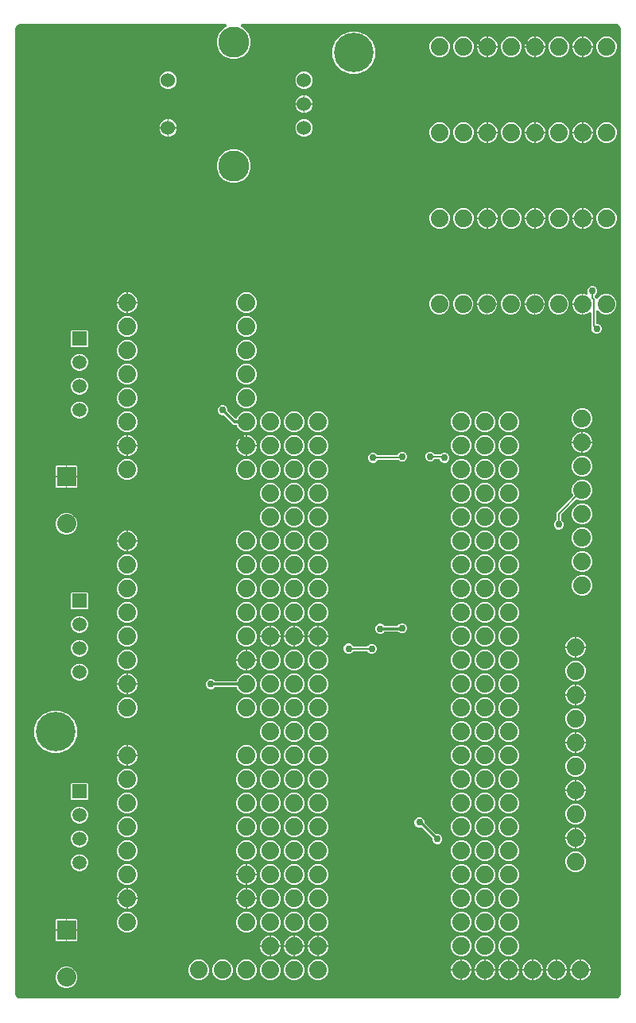
<source format=gbr>
G04 EAGLE Gerber RS-274X export*
G75*
%MOMM*%
%FSLAX34Y34*%
%LPD*%
%INBottom Copper*%
%IPPOS*%
%AMOC8*
5,1,8,0,0,1.08239X$1,22.5*%
G01*
G04 Define Apertures*
%ADD10R,2.032000X2.032000*%
%ADD11C,2.032000*%
%ADD12C,1.879600*%
%ADD13C,1.524000*%
%ADD14C,3.302000*%
%ADD15R,1.508000X1.508000*%
%ADD16C,1.508000*%
%ADD17C,0.756400*%
%ADD18C,4.216400*%
%ADD19C,0.304800*%
%ADD20C,0.203200*%
G36*
X279794Y7672D02*
X279400Y7620D01*
X-355600Y7620D01*
X-355994Y7672D01*
X-357772Y8148D01*
X-358456Y8543D01*
X-359757Y9844D01*
X-360152Y10528D01*
X-360628Y12306D01*
X-360680Y12700D01*
X-360680Y1041400D01*
X-360628Y1041794D01*
X-360152Y1043572D01*
X-359757Y1044256D01*
X-358456Y1045557D01*
X-357772Y1045952D01*
X-355994Y1046428D01*
X-355600Y1046480D01*
X-136756Y1046480D01*
X-136241Y1046390D01*
X-135723Y1046076D01*
X-135368Y1045584D01*
X-135233Y1044992D01*
X-135339Y1044395D01*
X-135670Y1043887D01*
X-136173Y1043548D01*
X-138176Y1042718D01*
X-143249Y1037645D01*
X-145994Y1031017D01*
X-145994Y1023843D01*
X-143249Y1017215D01*
X-138176Y1012142D01*
X-131548Y1009396D01*
X-124373Y1009396D01*
X-117745Y1012142D01*
X-112672Y1017215D01*
X-109926Y1023843D01*
X-109926Y1031017D01*
X-112672Y1037645D01*
X-117745Y1042718D01*
X-119748Y1043548D01*
X-120189Y1043828D01*
X-120548Y1044317D01*
X-120688Y1044907D01*
X-120586Y1045505D01*
X-120259Y1046016D01*
X-119759Y1046359D01*
X-119164Y1046480D01*
X279400Y1046480D01*
X279794Y1046428D01*
X281572Y1045952D01*
X282256Y1045557D01*
X283557Y1044256D01*
X283952Y1043572D01*
X284428Y1041794D01*
X284480Y1041400D01*
X284480Y12700D01*
X284428Y12306D01*
X283952Y10528D01*
X283557Y9844D01*
X282256Y8543D01*
X281572Y8148D01*
X279794Y7672D01*
G37*
%LPC*%
G36*
X-4497Y993394D02*
X4497Y993394D01*
X12805Y996836D01*
X19164Y1003195D01*
X22606Y1011503D01*
X22606Y1020497D01*
X19164Y1028805D01*
X12805Y1035164D01*
X4497Y1038606D01*
X-4497Y1038606D01*
X-12805Y1035164D01*
X-19164Y1028805D01*
X-22606Y1020497D01*
X-22606Y1011503D01*
X-19164Y1003195D01*
X-12805Y996836D01*
X-4497Y993394D01*
G37*
G36*
X267068Y1011428D02*
X271413Y1011428D01*
X275427Y1013091D01*
X278499Y1016163D01*
X280162Y1020178D01*
X280162Y1024523D01*
X278499Y1028537D01*
X275427Y1031609D01*
X271413Y1033272D01*
X267068Y1033272D01*
X263053Y1031609D01*
X259981Y1028537D01*
X258318Y1024523D01*
X258318Y1020178D01*
X259981Y1016163D01*
X263053Y1013091D01*
X267068Y1011428D01*
G37*
G36*
X232918Y1023112D02*
X243078Y1023112D01*
X243078Y1033272D01*
X241668Y1033272D01*
X237653Y1031609D01*
X234581Y1028537D01*
X232918Y1024523D01*
X232918Y1023112D01*
G37*
G36*
X216268Y1011428D02*
X220613Y1011428D01*
X224627Y1013091D01*
X227699Y1016163D01*
X229362Y1020178D01*
X229362Y1024523D01*
X227699Y1028537D01*
X224627Y1031609D01*
X220613Y1033272D01*
X216268Y1033272D01*
X212253Y1031609D01*
X209181Y1028537D01*
X207518Y1024523D01*
X207518Y1020178D01*
X209181Y1016163D01*
X212253Y1013091D01*
X216268Y1011428D01*
G37*
G36*
X182118Y1023112D02*
X192278Y1023112D01*
X192278Y1033272D01*
X190868Y1033272D01*
X186853Y1031609D01*
X183781Y1028537D01*
X182118Y1024523D01*
X182118Y1023112D01*
G37*
G36*
X165468Y1011428D02*
X169813Y1011428D01*
X173827Y1013091D01*
X176899Y1016163D01*
X178562Y1020178D01*
X178562Y1024523D01*
X176899Y1028537D01*
X173827Y1031609D01*
X169813Y1033272D01*
X165468Y1033272D01*
X161453Y1031609D01*
X158381Y1028537D01*
X156718Y1024523D01*
X156718Y1020178D01*
X158381Y1016163D01*
X161453Y1013091D01*
X165468Y1011428D01*
G37*
G36*
X131318Y1023112D02*
X141478Y1023112D01*
X141478Y1033272D01*
X140068Y1033272D01*
X136053Y1031609D01*
X132981Y1028537D01*
X131318Y1024523D01*
X131318Y1023112D01*
G37*
G36*
X114668Y1011428D02*
X119013Y1011428D01*
X123027Y1013091D01*
X126099Y1016163D01*
X127762Y1020178D01*
X127762Y1024523D01*
X126099Y1028537D01*
X123027Y1031609D01*
X119013Y1033272D01*
X114668Y1033272D01*
X110653Y1031609D01*
X107581Y1028537D01*
X105918Y1024523D01*
X105918Y1020178D01*
X107581Y1016163D01*
X110653Y1013091D01*
X114668Y1011428D01*
G37*
G36*
X89268Y1011428D02*
X93613Y1011428D01*
X97627Y1013091D01*
X100699Y1016163D01*
X102362Y1020178D01*
X102362Y1024523D01*
X100699Y1028537D01*
X97627Y1031609D01*
X93613Y1033272D01*
X89268Y1033272D01*
X85253Y1031609D01*
X82181Y1028537D01*
X80518Y1024523D01*
X80518Y1020178D01*
X82181Y1016163D01*
X85253Y1013091D01*
X89268Y1011428D01*
G37*
G36*
X143002Y1023112D02*
X153162Y1023112D01*
X153162Y1024523D01*
X151499Y1028537D01*
X148427Y1031609D01*
X144413Y1033272D01*
X143002Y1033272D01*
X143002Y1023112D01*
G37*
G36*
X193802Y1023112D02*
X203962Y1023112D01*
X203962Y1024523D01*
X202299Y1028537D01*
X199227Y1031609D01*
X195213Y1033272D01*
X193802Y1033272D01*
X193802Y1023112D01*
G37*
G36*
X244602Y1023112D02*
X254762Y1023112D01*
X254762Y1024523D01*
X253099Y1028537D01*
X250027Y1031609D01*
X246013Y1033272D01*
X244602Y1033272D01*
X244602Y1023112D01*
G37*
G36*
X244602Y1011428D02*
X246013Y1011428D01*
X250027Y1013091D01*
X253099Y1016163D01*
X254762Y1020178D01*
X254762Y1021588D01*
X244602Y1021588D01*
X244602Y1011428D01*
G37*
G36*
X241668Y1011428D02*
X243078Y1011428D01*
X243078Y1021588D01*
X232918Y1021588D01*
X232918Y1020178D01*
X234581Y1016163D01*
X237653Y1013091D01*
X241668Y1011428D01*
G37*
G36*
X193802Y1011428D02*
X195213Y1011428D01*
X199227Y1013091D01*
X202299Y1016163D01*
X203962Y1020178D01*
X203962Y1021588D01*
X193802Y1021588D01*
X193802Y1011428D01*
G37*
G36*
X190868Y1011428D02*
X192278Y1011428D01*
X192278Y1021588D01*
X182118Y1021588D01*
X182118Y1020178D01*
X183781Y1016163D01*
X186853Y1013091D01*
X190868Y1011428D01*
G37*
G36*
X143002Y1011428D02*
X144413Y1011428D01*
X148427Y1013091D01*
X151499Y1016163D01*
X153162Y1020178D01*
X153162Y1021588D01*
X143002Y1021588D01*
X143002Y1011428D01*
G37*
G36*
X140068Y1011428D02*
X141478Y1011428D01*
X141478Y1021588D01*
X131318Y1021588D01*
X131318Y1020178D01*
X132981Y1016163D01*
X136053Y1013091D01*
X140068Y1011428D01*
G37*
G36*
X-54849Y977646D02*
X-51212Y977646D01*
X-47851Y979038D01*
X-45279Y981610D01*
X-43886Y984971D01*
X-43886Y988609D01*
X-45279Y991970D01*
X-47851Y994542D01*
X-51212Y995934D01*
X-54849Y995934D01*
X-58210Y994542D01*
X-60782Y991970D01*
X-62174Y988609D01*
X-62174Y984971D01*
X-60782Y981610D01*
X-58210Y979038D01*
X-54849Y977646D01*
G37*
G36*
X-199629Y977646D02*
X-195992Y977646D01*
X-192631Y979038D01*
X-190059Y981610D01*
X-188666Y984971D01*
X-188666Y988609D01*
X-190059Y991970D01*
X-192631Y994542D01*
X-195992Y995934D01*
X-199629Y995934D01*
X-202990Y994542D01*
X-205562Y991970D01*
X-206954Y988609D01*
X-206954Y984971D01*
X-205562Y981610D01*
X-202990Y979038D01*
X-199629Y977646D01*
G37*
G36*
X-62174Y962152D02*
X-53792Y962152D01*
X-53792Y970534D01*
X-54849Y970534D01*
X-58210Y969142D01*
X-60782Y966570D01*
X-62174Y963209D01*
X-62174Y962152D01*
G37*
G36*
X-52268Y962152D02*
X-43886Y962152D01*
X-43886Y963209D01*
X-45279Y966570D01*
X-47851Y969142D01*
X-51212Y970534D01*
X-52268Y970534D01*
X-52268Y962152D01*
G37*
G36*
X-52268Y952246D02*
X-51212Y952246D01*
X-47851Y953638D01*
X-45279Y956210D01*
X-43886Y959571D01*
X-43886Y960628D01*
X-52268Y960628D01*
X-52268Y952246D01*
G37*
G36*
X-54849Y952246D02*
X-53792Y952246D01*
X-53792Y960628D01*
X-62174Y960628D01*
X-62174Y959571D01*
X-60782Y956210D01*
X-58210Y953638D01*
X-54849Y952246D01*
G37*
G36*
X-54849Y926846D02*
X-51212Y926846D01*
X-47851Y928238D01*
X-45279Y930810D01*
X-43886Y934171D01*
X-43886Y937809D01*
X-45279Y941170D01*
X-47851Y943742D01*
X-51212Y945134D01*
X-54849Y945134D01*
X-58210Y943742D01*
X-60782Y941170D01*
X-62174Y937809D01*
X-62174Y934171D01*
X-60782Y930810D01*
X-58210Y928238D01*
X-54849Y926846D01*
G37*
G36*
X-206954Y936752D02*
X-198572Y936752D01*
X-198572Y945134D01*
X-199629Y945134D01*
X-202990Y943742D01*
X-205562Y941170D01*
X-206954Y937809D01*
X-206954Y936752D01*
G37*
G36*
X-197048Y936752D02*
X-188666Y936752D01*
X-188666Y937809D01*
X-190059Y941170D01*
X-192631Y943742D01*
X-195992Y945134D01*
X-197048Y945134D01*
X-197048Y936752D01*
G37*
G36*
X232918Y931672D02*
X243078Y931672D01*
X243078Y941832D01*
X241668Y941832D01*
X237653Y940169D01*
X234581Y937097D01*
X232918Y933083D01*
X232918Y931672D01*
G37*
G36*
X216268Y919988D02*
X220613Y919988D01*
X224627Y921651D01*
X227699Y924723D01*
X229362Y928738D01*
X229362Y933083D01*
X227699Y937097D01*
X224627Y940169D01*
X220613Y941832D01*
X216268Y941832D01*
X212253Y940169D01*
X209181Y937097D01*
X207518Y933083D01*
X207518Y928738D01*
X209181Y924723D01*
X212253Y921651D01*
X216268Y919988D01*
G37*
G36*
X182118Y931672D02*
X192278Y931672D01*
X192278Y941832D01*
X190868Y941832D01*
X186853Y940169D01*
X183781Y937097D01*
X182118Y933083D01*
X182118Y931672D01*
G37*
G36*
X165468Y919988D02*
X169813Y919988D01*
X173827Y921651D01*
X176899Y924723D01*
X178562Y928738D01*
X178562Y933083D01*
X176899Y937097D01*
X173827Y940169D01*
X169813Y941832D01*
X165468Y941832D01*
X161453Y940169D01*
X158381Y937097D01*
X156718Y933083D01*
X156718Y928738D01*
X158381Y924723D01*
X161453Y921651D01*
X165468Y919988D01*
G37*
G36*
X131318Y931672D02*
X141478Y931672D01*
X141478Y941832D01*
X140068Y941832D01*
X136053Y940169D01*
X132981Y937097D01*
X131318Y933083D01*
X131318Y931672D01*
G37*
G36*
X114668Y919988D02*
X119013Y919988D01*
X123027Y921651D01*
X126099Y924723D01*
X127762Y928738D01*
X127762Y933083D01*
X126099Y937097D01*
X123027Y940169D01*
X119013Y941832D01*
X114668Y941832D01*
X110653Y940169D01*
X107581Y937097D01*
X105918Y933083D01*
X105918Y928738D01*
X107581Y924723D01*
X110653Y921651D01*
X114668Y919988D01*
G37*
G36*
X89268Y919988D02*
X93613Y919988D01*
X97627Y921651D01*
X100699Y924723D01*
X102362Y928738D01*
X102362Y933083D01*
X100699Y937097D01*
X97627Y940169D01*
X93613Y941832D01*
X89268Y941832D01*
X85253Y940169D01*
X82181Y937097D01*
X80518Y933083D01*
X80518Y928738D01*
X82181Y924723D01*
X85253Y921651D01*
X89268Y919988D01*
G37*
G36*
X267068Y919988D02*
X271413Y919988D01*
X275427Y921651D01*
X278499Y924723D01*
X280162Y928738D01*
X280162Y933083D01*
X278499Y937097D01*
X275427Y940169D01*
X271413Y941832D01*
X267068Y941832D01*
X263053Y940169D01*
X259981Y937097D01*
X258318Y933083D01*
X258318Y928738D01*
X259981Y924723D01*
X263053Y921651D01*
X267068Y919988D01*
G37*
G36*
X143002Y931672D02*
X153162Y931672D01*
X153162Y933083D01*
X151499Y937097D01*
X148427Y940169D01*
X144413Y941832D01*
X143002Y941832D01*
X143002Y931672D01*
G37*
G36*
X193802Y931672D02*
X203962Y931672D01*
X203962Y933083D01*
X202299Y937097D01*
X199227Y940169D01*
X195213Y941832D01*
X193802Y941832D01*
X193802Y931672D01*
G37*
G36*
X244602Y931672D02*
X254762Y931672D01*
X254762Y933083D01*
X253099Y937097D01*
X250027Y940169D01*
X246013Y941832D01*
X244602Y941832D01*
X244602Y931672D01*
G37*
G36*
X-197048Y926846D02*
X-195992Y926846D01*
X-192631Y928238D01*
X-190059Y930810D01*
X-188666Y934171D01*
X-188666Y935228D01*
X-197048Y935228D01*
X-197048Y926846D01*
G37*
G36*
X-199629Y926846D02*
X-198572Y926846D01*
X-198572Y935228D01*
X-206954Y935228D01*
X-206954Y934171D01*
X-205562Y930810D01*
X-202990Y928238D01*
X-199629Y926846D01*
G37*
G36*
X244602Y919988D02*
X246013Y919988D01*
X250027Y921651D01*
X253099Y924723D01*
X254762Y928738D01*
X254762Y930148D01*
X244602Y930148D01*
X244602Y919988D01*
G37*
G36*
X241668Y919988D02*
X243078Y919988D01*
X243078Y930148D01*
X232918Y930148D01*
X232918Y928738D01*
X234581Y924723D01*
X237653Y921651D01*
X241668Y919988D01*
G37*
G36*
X193802Y919988D02*
X195213Y919988D01*
X199227Y921651D01*
X202299Y924723D01*
X203962Y928738D01*
X203962Y930148D01*
X193802Y930148D01*
X193802Y919988D01*
G37*
G36*
X190868Y919988D02*
X192278Y919988D01*
X192278Y930148D01*
X182118Y930148D01*
X182118Y928738D01*
X183781Y924723D01*
X186853Y921651D01*
X190868Y919988D01*
G37*
G36*
X143002Y919988D02*
X144413Y919988D01*
X148427Y921651D01*
X151499Y924723D01*
X153162Y928738D01*
X153162Y930148D01*
X143002Y930148D01*
X143002Y919988D01*
G37*
G36*
X140068Y919988D02*
X141478Y919988D01*
X141478Y930148D01*
X131318Y930148D01*
X131318Y928738D01*
X132981Y924723D01*
X136053Y921651D01*
X140068Y919988D01*
G37*
G36*
X-131548Y877316D02*
X-124373Y877316D01*
X-117745Y880062D01*
X-112672Y885135D01*
X-109926Y891763D01*
X-109926Y898937D01*
X-112672Y905565D01*
X-117745Y910638D01*
X-124373Y913384D01*
X-131548Y913384D01*
X-138176Y910638D01*
X-143249Y905565D01*
X-145994Y898937D01*
X-145994Y891763D01*
X-143249Y885135D01*
X-138176Y880062D01*
X-131548Y877316D01*
G37*
G36*
X267068Y828548D02*
X271413Y828548D01*
X275427Y830211D01*
X278499Y833283D01*
X280162Y837298D01*
X280162Y841643D01*
X278499Y845657D01*
X275427Y848729D01*
X271413Y850392D01*
X267068Y850392D01*
X263053Y848729D01*
X259981Y845657D01*
X258318Y841643D01*
X258318Y837298D01*
X259981Y833283D01*
X263053Y830211D01*
X267068Y828548D01*
G37*
G36*
X232918Y840232D02*
X243078Y840232D01*
X243078Y850392D01*
X241668Y850392D01*
X237653Y848729D01*
X234581Y845657D01*
X232918Y841643D01*
X232918Y840232D01*
G37*
G36*
X216268Y828548D02*
X220613Y828548D01*
X224627Y830211D01*
X227699Y833283D01*
X229362Y837298D01*
X229362Y841643D01*
X227699Y845657D01*
X224627Y848729D01*
X220613Y850392D01*
X216268Y850392D01*
X212253Y848729D01*
X209181Y845657D01*
X207518Y841643D01*
X207518Y837298D01*
X209181Y833283D01*
X212253Y830211D01*
X216268Y828548D01*
G37*
G36*
X182118Y840232D02*
X192278Y840232D01*
X192278Y850392D01*
X190868Y850392D01*
X186853Y848729D01*
X183781Y845657D01*
X182118Y841643D01*
X182118Y840232D01*
G37*
G36*
X165468Y828548D02*
X169813Y828548D01*
X173827Y830211D01*
X176899Y833283D01*
X178562Y837298D01*
X178562Y841643D01*
X176899Y845657D01*
X173827Y848729D01*
X169813Y850392D01*
X165468Y850392D01*
X161453Y848729D01*
X158381Y845657D01*
X156718Y841643D01*
X156718Y837298D01*
X158381Y833283D01*
X161453Y830211D01*
X165468Y828548D01*
G37*
G36*
X131318Y840232D02*
X141478Y840232D01*
X141478Y850392D01*
X140068Y850392D01*
X136053Y848729D01*
X132981Y845657D01*
X131318Y841643D01*
X131318Y840232D01*
G37*
G36*
X114668Y828548D02*
X119013Y828548D01*
X123027Y830211D01*
X126099Y833283D01*
X127762Y837298D01*
X127762Y841643D01*
X126099Y845657D01*
X123027Y848729D01*
X119013Y850392D01*
X114668Y850392D01*
X110653Y848729D01*
X107581Y845657D01*
X105918Y841643D01*
X105918Y837298D01*
X107581Y833283D01*
X110653Y830211D01*
X114668Y828548D01*
G37*
G36*
X89268Y828548D02*
X93613Y828548D01*
X97627Y830211D01*
X100699Y833283D01*
X102362Y837298D01*
X102362Y841643D01*
X100699Y845657D01*
X97627Y848729D01*
X93613Y850392D01*
X89268Y850392D01*
X85253Y848729D01*
X82181Y845657D01*
X80518Y841643D01*
X80518Y837298D01*
X82181Y833283D01*
X85253Y830211D01*
X89268Y828548D01*
G37*
G36*
X143002Y840232D02*
X153162Y840232D01*
X153162Y841643D01*
X151499Y845657D01*
X148427Y848729D01*
X144413Y850392D01*
X143002Y850392D01*
X143002Y840232D01*
G37*
G36*
X193802Y840232D02*
X203962Y840232D01*
X203962Y841643D01*
X202299Y845657D01*
X199227Y848729D01*
X195213Y850392D01*
X193802Y850392D01*
X193802Y840232D01*
G37*
G36*
X244602Y840232D02*
X254762Y840232D01*
X254762Y841643D01*
X253099Y845657D01*
X250027Y848729D01*
X246013Y850392D01*
X244602Y850392D01*
X244602Y840232D01*
G37*
G36*
X244602Y828548D02*
X246013Y828548D01*
X250027Y830211D01*
X253099Y833283D01*
X254762Y837298D01*
X254762Y838708D01*
X244602Y838708D01*
X244602Y828548D01*
G37*
G36*
X241668Y828548D02*
X243078Y828548D01*
X243078Y838708D01*
X232918Y838708D01*
X232918Y837298D01*
X234581Y833283D01*
X237653Y830211D01*
X241668Y828548D01*
G37*
G36*
X193802Y828548D02*
X195213Y828548D01*
X199227Y830211D01*
X202299Y833283D01*
X203962Y837298D01*
X203962Y838708D01*
X193802Y838708D01*
X193802Y828548D01*
G37*
G36*
X190868Y828548D02*
X192278Y828548D01*
X192278Y838708D01*
X182118Y838708D01*
X182118Y837298D01*
X183781Y833283D01*
X186853Y830211D01*
X190868Y828548D01*
G37*
G36*
X143002Y828548D02*
X144413Y828548D01*
X148427Y830211D01*
X151499Y833283D01*
X153162Y837298D01*
X153162Y838708D01*
X143002Y838708D01*
X143002Y828548D01*
G37*
G36*
X140068Y828548D02*
X141478Y828548D01*
X141478Y838708D01*
X131318Y838708D01*
X131318Y837298D01*
X132981Y833283D01*
X136053Y830211D01*
X140068Y828548D01*
G37*
G36*
X257715Y716363D02*
X259825Y716363D01*
X261776Y717170D01*
X263268Y718663D01*
X264076Y720613D01*
X264076Y722724D01*
X263268Y724674D01*
X261776Y726167D01*
X259825Y726975D01*
X259371Y726975D01*
X258822Y727077D01*
X258311Y727404D01*
X257968Y727904D01*
X257847Y728499D01*
X257847Y739827D01*
X257941Y740354D01*
X258260Y740870D01*
X258754Y741221D01*
X259347Y741351D01*
X259943Y741240D01*
X260449Y740905D01*
X262582Y738771D01*
X266597Y737108D01*
X270942Y737108D01*
X274956Y738771D01*
X278028Y741843D01*
X279691Y745858D01*
X279691Y750203D01*
X278028Y754217D01*
X274956Y757289D01*
X270942Y758952D01*
X266597Y758952D01*
X262582Y757289D01*
X259661Y754368D01*
X259200Y754052D01*
X258608Y753922D01*
X258012Y754033D01*
X257506Y754368D01*
X256986Y754888D01*
X256661Y755371D01*
X256540Y755966D01*
X256540Y756405D01*
X256651Y756977D01*
X256986Y757483D01*
X258498Y758994D01*
X259306Y760945D01*
X259306Y763055D01*
X258498Y765006D01*
X257006Y766498D01*
X255055Y767306D01*
X252945Y767306D01*
X250994Y766498D01*
X249502Y765006D01*
X248694Y763055D01*
X248694Y760945D01*
X248935Y760363D01*
X249050Y759840D01*
X248953Y759241D01*
X248630Y758728D01*
X248133Y758381D01*
X247539Y758256D01*
X246944Y758371D01*
X245542Y758952D01*
X244131Y758952D01*
X244131Y737108D01*
X245542Y737108D01*
X249556Y738771D01*
X250166Y739381D01*
X250604Y739687D01*
X251195Y739826D01*
X251793Y739724D01*
X252303Y739398D01*
X252646Y738897D01*
X252767Y738303D01*
X252767Y724079D01*
X253018Y723829D01*
X253343Y723346D01*
X253464Y722751D01*
X253464Y720613D01*
X254272Y718663D01*
X255764Y717170D01*
X257715Y716363D01*
G37*
G36*
X-252222Y750062D02*
X-242062Y750062D01*
X-242062Y760222D01*
X-243473Y760222D01*
X-247487Y758559D01*
X-250559Y755487D01*
X-252222Y751473D01*
X-252222Y750062D01*
G37*
G36*
X-116473Y738378D02*
X-112128Y738378D01*
X-108113Y740041D01*
X-105041Y743113D01*
X-103378Y747128D01*
X-103378Y751473D01*
X-105041Y755487D01*
X-108113Y758559D01*
X-112128Y760222D01*
X-116473Y760222D01*
X-120487Y758559D01*
X-123559Y755487D01*
X-125222Y751473D01*
X-125222Y747128D01*
X-123559Y743113D01*
X-120487Y740041D01*
X-116473Y738378D01*
G37*
G36*
X-240538Y750062D02*
X-230378Y750062D01*
X-230378Y751473D01*
X-232041Y755487D01*
X-235113Y758559D01*
X-239128Y760222D01*
X-240538Y760222D01*
X-240538Y750062D01*
G37*
G36*
X88797Y737108D02*
X93142Y737108D01*
X97156Y738771D01*
X100228Y741843D01*
X101891Y745858D01*
X101891Y750203D01*
X100228Y754217D01*
X97156Y757289D01*
X93142Y758952D01*
X88797Y758952D01*
X84782Y757289D01*
X81710Y754217D01*
X80047Y750203D01*
X80047Y745858D01*
X81710Y741843D01*
X84782Y738771D01*
X88797Y737108D01*
G37*
G36*
X114197Y737108D02*
X118542Y737108D01*
X122556Y738771D01*
X125628Y741843D01*
X127291Y745858D01*
X127291Y750203D01*
X125628Y754217D01*
X122556Y757289D01*
X118542Y758952D01*
X114197Y758952D01*
X110182Y757289D01*
X107110Y754217D01*
X105447Y750203D01*
X105447Y745858D01*
X107110Y741843D01*
X110182Y738771D01*
X114197Y737108D01*
G37*
G36*
X164997Y737108D02*
X169342Y737108D01*
X173356Y738771D01*
X176428Y741843D01*
X178091Y745858D01*
X178091Y750203D01*
X176428Y754217D01*
X173356Y757289D01*
X169342Y758952D01*
X164997Y758952D01*
X160982Y757289D01*
X157910Y754217D01*
X156247Y750203D01*
X156247Y745858D01*
X157910Y741843D01*
X160982Y738771D01*
X164997Y737108D01*
G37*
G36*
X181647Y748792D02*
X191807Y748792D01*
X191807Y758952D01*
X190397Y758952D01*
X186382Y757289D01*
X183310Y754217D01*
X181647Y750203D01*
X181647Y748792D01*
G37*
G36*
X215797Y737108D02*
X220142Y737108D01*
X224156Y738771D01*
X227228Y741843D01*
X228891Y745858D01*
X228891Y750203D01*
X227228Y754217D01*
X224156Y757289D01*
X220142Y758952D01*
X215797Y758952D01*
X211782Y757289D01*
X208710Y754217D01*
X207047Y750203D01*
X207047Y745858D01*
X208710Y741843D01*
X211782Y738771D01*
X215797Y737108D01*
G37*
G36*
X232447Y748792D02*
X242607Y748792D01*
X242607Y758952D01*
X241197Y758952D01*
X237182Y757289D01*
X234110Y754217D01*
X232447Y750203D01*
X232447Y748792D01*
G37*
G36*
X130847Y748792D02*
X141007Y748792D01*
X141007Y758952D01*
X139597Y758952D01*
X135582Y757289D01*
X132510Y754217D01*
X130847Y750203D01*
X130847Y748792D01*
G37*
G36*
X142531Y748792D02*
X152691Y748792D01*
X152691Y750203D01*
X151028Y754217D01*
X147956Y757289D01*
X143942Y758952D01*
X142531Y758952D01*
X142531Y748792D01*
G37*
G36*
X193331Y748792D02*
X203491Y748792D01*
X203491Y750203D01*
X201828Y754217D01*
X198756Y757289D01*
X194742Y758952D01*
X193331Y758952D01*
X193331Y748792D01*
G37*
G36*
X-243473Y738378D02*
X-242062Y738378D01*
X-242062Y748538D01*
X-252222Y748538D01*
X-252222Y747128D01*
X-250559Y743113D01*
X-247487Y740041D01*
X-243473Y738378D01*
G37*
G36*
X-240538Y738378D02*
X-239128Y738378D01*
X-235113Y740041D01*
X-232041Y743113D01*
X-230378Y747128D01*
X-230378Y748538D01*
X-240538Y748538D01*
X-240538Y738378D01*
G37*
G36*
X190397Y737108D02*
X191807Y737108D01*
X191807Y747268D01*
X181647Y747268D01*
X181647Y745858D01*
X183310Y741843D01*
X186382Y738771D01*
X190397Y737108D01*
G37*
G36*
X241197Y737108D02*
X242607Y737108D01*
X242607Y747268D01*
X232447Y747268D01*
X232447Y745858D01*
X234110Y741843D01*
X237182Y738771D01*
X241197Y737108D01*
G37*
G36*
X193331Y737108D02*
X194742Y737108D01*
X198756Y738771D01*
X201828Y741843D01*
X203491Y745858D01*
X203491Y747268D01*
X193331Y747268D01*
X193331Y737108D01*
G37*
G36*
X142531Y737108D02*
X143942Y737108D01*
X147956Y738771D01*
X151028Y741843D01*
X152691Y745858D01*
X152691Y747268D01*
X142531Y747268D01*
X142531Y737108D01*
G37*
G36*
X139597Y737108D02*
X141007Y737108D01*
X141007Y747268D01*
X130847Y747268D01*
X130847Y745858D01*
X132510Y741843D01*
X135582Y738771D01*
X139597Y737108D01*
G37*
G36*
X-116473Y712978D02*
X-112128Y712978D01*
X-108113Y714641D01*
X-105041Y717713D01*
X-103378Y721728D01*
X-103378Y726073D01*
X-105041Y730087D01*
X-108113Y733159D01*
X-112128Y734822D01*
X-116473Y734822D01*
X-120487Y733159D01*
X-123559Y730087D01*
X-125222Y726073D01*
X-125222Y721728D01*
X-123559Y717713D01*
X-120487Y714641D01*
X-116473Y712978D01*
G37*
G36*
X-243473Y712978D02*
X-239128Y712978D01*
X-235113Y714641D01*
X-232041Y717713D01*
X-230378Y721728D01*
X-230378Y726073D01*
X-232041Y730087D01*
X-235113Y733159D01*
X-239128Y734822D01*
X-243473Y734822D01*
X-247487Y733159D01*
X-250559Y730087D01*
X-252222Y726073D01*
X-252222Y721728D01*
X-250559Y717713D01*
X-247487Y714641D01*
X-243473Y712978D01*
G37*
G36*
X-300271Y702136D02*
X-283929Y702136D01*
X-283036Y703029D01*
X-283036Y719371D01*
X-283929Y720264D01*
X-300271Y720264D01*
X-301164Y719371D01*
X-301164Y703029D01*
X-300271Y702136D01*
G37*
G36*
X-116473Y687578D02*
X-112128Y687578D01*
X-108113Y689241D01*
X-105041Y692313D01*
X-103378Y696328D01*
X-103378Y700673D01*
X-105041Y704687D01*
X-108113Y707759D01*
X-112128Y709422D01*
X-116473Y709422D01*
X-120487Y707759D01*
X-123559Y704687D01*
X-125222Y700673D01*
X-125222Y696328D01*
X-123559Y692313D01*
X-120487Y689241D01*
X-116473Y687578D01*
G37*
G36*
X-243473Y687578D02*
X-239128Y687578D01*
X-235113Y689241D01*
X-232041Y692313D01*
X-230378Y696328D01*
X-230378Y700673D01*
X-232041Y704687D01*
X-235113Y707759D01*
X-239128Y709422D01*
X-243473Y709422D01*
X-247487Y707759D01*
X-250559Y704687D01*
X-252222Y700673D01*
X-252222Y696328D01*
X-250559Y692313D01*
X-247487Y689241D01*
X-243473Y687578D01*
G37*
G36*
X-293903Y676736D02*
X-290297Y676736D01*
X-286966Y678116D01*
X-284416Y680666D01*
X-283036Y683997D01*
X-283036Y687603D01*
X-284416Y690934D01*
X-286966Y693484D01*
X-290297Y694864D01*
X-293903Y694864D01*
X-297234Y693484D01*
X-299784Y690934D01*
X-301164Y687603D01*
X-301164Y683997D01*
X-299784Y680666D01*
X-297234Y678116D01*
X-293903Y676736D01*
G37*
G36*
X-116473Y662178D02*
X-112128Y662178D01*
X-108113Y663841D01*
X-105041Y666913D01*
X-103378Y670928D01*
X-103378Y675273D01*
X-105041Y679287D01*
X-108113Y682359D01*
X-112128Y684022D01*
X-116473Y684022D01*
X-120487Y682359D01*
X-123559Y679287D01*
X-125222Y675273D01*
X-125222Y670928D01*
X-123559Y666913D01*
X-120487Y663841D01*
X-116473Y662178D01*
G37*
G36*
X-243473Y662178D02*
X-239128Y662178D01*
X-235113Y663841D01*
X-232041Y666913D01*
X-230378Y670928D01*
X-230378Y675273D01*
X-232041Y679287D01*
X-235113Y682359D01*
X-239128Y684022D01*
X-243473Y684022D01*
X-247487Y682359D01*
X-250559Y679287D01*
X-252222Y675273D01*
X-252222Y670928D01*
X-250559Y666913D01*
X-247487Y663841D01*
X-243473Y662178D01*
G37*
G36*
X-293903Y651336D02*
X-290297Y651336D01*
X-286966Y652716D01*
X-284416Y655266D01*
X-283036Y658597D01*
X-283036Y662203D01*
X-284416Y665534D01*
X-286966Y668084D01*
X-290297Y669464D01*
X-293903Y669464D01*
X-297234Y668084D01*
X-299784Y665534D01*
X-301164Y662203D01*
X-301164Y658597D01*
X-299784Y655266D01*
X-297234Y652716D01*
X-293903Y651336D01*
G37*
G36*
X-116473Y636778D02*
X-112128Y636778D01*
X-108113Y638441D01*
X-105041Y641513D01*
X-103378Y645528D01*
X-103378Y649873D01*
X-105041Y653887D01*
X-108113Y656959D01*
X-112128Y658622D01*
X-116473Y658622D01*
X-120487Y656959D01*
X-123559Y653887D01*
X-125222Y649873D01*
X-125222Y645528D01*
X-123559Y641513D01*
X-120487Y638441D01*
X-116473Y636778D01*
G37*
G36*
X-243473Y636778D02*
X-239128Y636778D01*
X-235113Y638441D01*
X-232041Y641513D01*
X-230378Y645528D01*
X-230378Y649873D01*
X-232041Y653887D01*
X-235113Y656959D01*
X-239128Y658622D01*
X-243473Y658622D01*
X-247487Y656959D01*
X-250559Y653887D01*
X-252222Y649873D01*
X-252222Y645528D01*
X-250559Y641513D01*
X-247487Y638441D01*
X-243473Y636778D01*
G37*
G36*
X-293903Y625936D02*
X-290297Y625936D01*
X-286966Y627316D01*
X-284416Y629866D01*
X-283036Y633197D01*
X-283036Y636803D01*
X-284416Y640134D01*
X-286966Y642684D01*
X-290297Y644064D01*
X-293903Y644064D01*
X-297234Y642684D01*
X-299784Y640134D01*
X-301164Y636803D01*
X-301164Y633197D01*
X-299784Y629866D01*
X-297234Y627316D01*
X-293903Y625936D01*
G37*
G36*
X-116473Y611378D02*
X-112128Y611378D01*
X-108113Y613041D01*
X-105041Y616113D01*
X-103378Y620128D01*
X-103378Y624473D01*
X-105041Y628487D01*
X-108113Y631559D01*
X-112128Y633222D01*
X-116473Y633222D01*
X-120487Y631559D01*
X-123559Y628487D01*
X-124244Y626834D01*
X-124540Y626375D01*
X-125035Y626024D01*
X-125627Y625894D01*
X-126224Y626005D01*
X-126729Y626340D01*
X-133948Y633558D01*
X-134273Y634041D01*
X-134394Y634636D01*
X-134394Y636055D01*
X-135202Y638006D01*
X-136694Y639498D01*
X-138645Y640306D01*
X-140755Y640306D01*
X-142706Y639498D01*
X-144198Y638006D01*
X-145006Y636055D01*
X-145006Y633945D01*
X-144198Y631994D01*
X-142706Y630502D01*
X-140755Y629694D01*
X-139336Y629694D01*
X-138764Y629583D01*
X-138258Y629248D01*
X-128263Y619252D01*
X-125878Y619252D01*
X-125317Y619145D01*
X-124809Y618814D01*
X-124470Y618311D01*
X-123559Y616113D01*
X-120487Y613041D01*
X-116473Y611378D01*
G37*
G36*
X240978Y614896D02*
X245323Y614896D01*
X249338Y616559D01*
X252410Y619631D01*
X254073Y623646D01*
X254073Y627991D01*
X252410Y632005D01*
X249338Y635077D01*
X245323Y636740D01*
X240978Y636740D01*
X236964Y635077D01*
X233892Y632005D01*
X232229Y627991D01*
X232229Y623646D01*
X233892Y619631D01*
X236964Y616559D01*
X240978Y614896D01*
G37*
G36*
X112347Y611632D02*
X116692Y611632D01*
X120706Y613295D01*
X123778Y616367D01*
X125441Y620382D01*
X125441Y624727D01*
X123778Y628741D01*
X120706Y631813D01*
X116692Y633476D01*
X112347Y633476D01*
X108332Y631813D01*
X105260Y628741D01*
X103597Y624727D01*
X103597Y620382D01*
X105260Y616367D01*
X108332Y613295D01*
X112347Y611632D01*
G37*
G36*
X162928Y611378D02*
X167273Y611378D01*
X171287Y613041D01*
X174359Y616113D01*
X176022Y620128D01*
X176022Y624473D01*
X174359Y628487D01*
X171287Y631559D01*
X167273Y633222D01*
X162928Y633222D01*
X158913Y631559D01*
X155841Y628487D01*
X154178Y624473D01*
X154178Y620128D01*
X155841Y616113D01*
X158913Y613041D01*
X162928Y611378D01*
G37*
G36*
X137528Y611378D02*
X141873Y611378D01*
X145887Y613041D01*
X148959Y616113D01*
X150622Y620128D01*
X150622Y624473D01*
X148959Y628487D01*
X145887Y631559D01*
X141873Y633222D01*
X137528Y633222D01*
X133513Y631559D01*
X130441Y628487D01*
X128778Y624473D01*
X128778Y620128D01*
X130441Y616113D01*
X133513Y613041D01*
X137528Y611378D01*
G37*
G36*
X-40273Y611378D02*
X-35928Y611378D01*
X-31913Y613041D01*
X-28841Y616113D01*
X-27178Y620128D01*
X-27178Y624473D01*
X-28841Y628487D01*
X-31913Y631559D01*
X-35928Y633222D01*
X-40273Y633222D01*
X-44287Y631559D01*
X-47359Y628487D01*
X-49022Y624473D01*
X-49022Y620128D01*
X-47359Y616113D01*
X-44287Y613041D01*
X-40273Y611378D01*
G37*
G36*
X-65673Y611378D02*
X-61328Y611378D01*
X-57313Y613041D01*
X-54241Y616113D01*
X-52578Y620128D01*
X-52578Y624473D01*
X-54241Y628487D01*
X-57313Y631559D01*
X-61328Y633222D01*
X-65673Y633222D01*
X-69687Y631559D01*
X-72759Y628487D01*
X-74422Y624473D01*
X-74422Y620128D01*
X-72759Y616113D01*
X-69687Y613041D01*
X-65673Y611378D01*
G37*
G36*
X-91073Y611378D02*
X-86728Y611378D01*
X-82713Y613041D01*
X-79641Y616113D01*
X-77978Y620128D01*
X-77978Y624473D01*
X-79641Y628487D01*
X-82713Y631559D01*
X-86728Y633222D01*
X-91073Y633222D01*
X-95087Y631559D01*
X-98159Y628487D01*
X-99822Y624473D01*
X-99822Y620128D01*
X-98159Y616113D01*
X-95087Y613041D01*
X-91073Y611378D01*
G37*
G36*
X-243473Y611378D02*
X-239128Y611378D01*
X-235113Y613041D01*
X-232041Y616113D01*
X-230378Y620128D01*
X-230378Y624473D01*
X-232041Y628487D01*
X-235113Y631559D01*
X-239128Y633222D01*
X-243473Y633222D01*
X-247487Y631559D01*
X-250559Y628487D01*
X-252222Y624473D01*
X-252222Y620128D01*
X-250559Y616113D01*
X-247487Y613041D01*
X-243473Y611378D01*
G37*
G36*
X232229Y601180D02*
X242389Y601180D01*
X242389Y611340D01*
X240978Y611340D01*
X236964Y609677D01*
X233892Y606605D01*
X232229Y602591D01*
X232229Y601180D01*
G37*
G36*
X243913Y601180D02*
X254073Y601180D01*
X254073Y602591D01*
X252410Y606605D01*
X249338Y609677D01*
X245323Y611340D01*
X243913Y611340D01*
X243913Y601180D01*
G37*
G36*
X112347Y586232D02*
X116692Y586232D01*
X120706Y587895D01*
X123778Y590967D01*
X125441Y594982D01*
X125441Y599327D01*
X123778Y603341D01*
X120706Y606413D01*
X116692Y608076D01*
X112347Y608076D01*
X108332Y606413D01*
X105260Y603341D01*
X103597Y599327D01*
X103597Y594982D01*
X105260Y590967D01*
X108332Y587895D01*
X112347Y586232D01*
G37*
G36*
X137528Y585978D02*
X141873Y585978D01*
X145887Y587641D01*
X148959Y590713D01*
X150622Y594728D01*
X150622Y599073D01*
X148959Y603087D01*
X145887Y606159D01*
X141873Y607822D01*
X137528Y607822D01*
X133513Y606159D01*
X130441Y603087D01*
X128778Y599073D01*
X128778Y594728D01*
X130441Y590713D01*
X133513Y587641D01*
X137528Y585978D01*
G37*
G36*
X-252222Y597662D02*
X-242062Y597662D01*
X-242062Y607822D01*
X-243473Y607822D01*
X-247487Y606159D01*
X-250559Y603087D01*
X-252222Y599073D01*
X-252222Y597662D01*
G37*
G36*
X-125222Y597662D02*
X-115062Y597662D01*
X-115062Y607822D01*
X-116473Y607822D01*
X-120487Y606159D01*
X-123559Y603087D01*
X-125222Y599073D01*
X-125222Y597662D01*
G37*
G36*
X-91073Y585978D02*
X-86728Y585978D01*
X-82713Y587641D01*
X-79641Y590713D01*
X-77978Y594728D01*
X-77978Y599073D01*
X-79641Y603087D01*
X-82713Y606159D01*
X-86728Y607822D01*
X-91073Y607822D01*
X-95087Y606159D01*
X-98159Y603087D01*
X-99822Y599073D01*
X-99822Y594728D01*
X-98159Y590713D01*
X-95087Y587641D01*
X-91073Y585978D01*
G37*
G36*
X-65673Y585978D02*
X-61328Y585978D01*
X-57313Y587641D01*
X-54241Y590713D01*
X-52578Y594728D01*
X-52578Y599073D01*
X-54241Y603087D01*
X-57313Y606159D01*
X-61328Y607822D01*
X-65673Y607822D01*
X-69687Y606159D01*
X-72759Y603087D01*
X-74422Y599073D01*
X-74422Y594728D01*
X-72759Y590713D01*
X-69687Y587641D01*
X-65673Y585978D01*
G37*
G36*
X162928Y585978D02*
X167273Y585978D01*
X171287Y587641D01*
X174359Y590713D01*
X176022Y594728D01*
X176022Y599073D01*
X174359Y603087D01*
X171287Y606159D01*
X167273Y607822D01*
X162928Y607822D01*
X158913Y606159D01*
X155841Y603087D01*
X154178Y599073D01*
X154178Y594728D01*
X155841Y590713D01*
X158913Y587641D01*
X162928Y585978D01*
G37*
G36*
X-40273Y585978D02*
X-35928Y585978D01*
X-31913Y587641D01*
X-28841Y590713D01*
X-27178Y594728D01*
X-27178Y599073D01*
X-28841Y603087D01*
X-31913Y606159D01*
X-35928Y607822D01*
X-40273Y607822D01*
X-44287Y606159D01*
X-47359Y603087D01*
X-49022Y599073D01*
X-49022Y594728D01*
X-47359Y590713D01*
X-44287Y587641D01*
X-40273Y585978D01*
G37*
G36*
X-113538Y597662D02*
X-103378Y597662D01*
X-103378Y599073D01*
X-105041Y603087D01*
X-108113Y606159D01*
X-112128Y607822D01*
X-113538Y607822D01*
X-113538Y597662D01*
G37*
G36*
X-240538Y597662D02*
X-230378Y597662D01*
X-230378Y599073D01*
X-232041Y603087D01*
X-235113Y606159D01*
X-239128Y607822D01*
X-240538Y607822D01*
X-240538Y597662D01*
G37*
G36*
X243913Y589496D02*
X245323Y589496D01*
X249338Y591159D01*
X252410Y594231D01*
X254073Y598246D01*
X254073Y599656D01*
X243913Y599656D01*
X243913Y589496D01*
G37*
G36*
X240978Y589496D02*
X242389Y589496D01*
X242389Y599656D01*
X232229Y599656D01*
X232229Y598246D01*
X233892Y594231D01*
X236964Y591159D01*
X240978Y589496D01*
G37*
G36*
X-113538Y585978D02*
X-112128Y585978D01*
X-108113Y587641D01*
X-105041Y590713D01*
X-103378Y594728D01*
X-103378Y596138D01*
X-113538Y596138D01*
X-113538Y585978D01*
G37*
G36*
X-116473Y585978D02*
X-115062Y585978D01*
X-115062Y596138D01*
X-125222Y596138D01*
X-125222Y594728D01*
X-123559Y590713D01*
X-120487Y587641D01*
X-116473Y585978D01*
G37*
G36*
X-240538Y585978D02*
X-239128Y585978D01*
X-235113Y587641D01*
X-232041Y590713D01*
X-230378Y594728D01*
X-230378Y596138D01*
X-240538Y596138D01*
X-240538Y585978D01*
G37*
G36*
X-243473Y585978D02*
X-242062Y585978D01*
X-242062Y596138D01*
X-252222Y596138D01*
X-252222Y594728D01*
X-250559Y590713D01*
X-247487Y587641D01*
X-243473Y585978D01*
G37*
G36*
X19265Y578894D02*
X21375Y578894D01*
X23326Y579702D01*
X24837Y581214D01*
X25321Y581539D01*
X25915Y581660D01*
X47236Y581660D01*
X47808Y581549D01*
X48314Y581214D01*
X48555Y580972D01*
X50506Y580164D01*
X52616Y580164D01*
X54567Y580972D01*
X56059Y582464D01*
X56867Y584415D01*
X56867Y586525D01*
X56059Y588476D01*
X54567Y589968D01*
X52616Y590776D01*
X50506Y590776D01*
X48555Y589968D01*
X47063Y588476D01*
X46734Y587681D01*
X46420Y587204D01*
X45920Y586861D01*
X45326Y586740D01*
X25915Y586740D01*
X25343Y586851D01*
X24837Y587186D01*
X23326Y588698D01*
X21375Y589506D01*
X19265Y589506D01*
X17314Y588698D01*
X15822Y587206D01*
X15014Y585255D01*
X15014Y583145D01*
X15822Y581194D01*
X17314Y579702D01*
X19265Y578894D01*
G37*
G36*
X95465Y578894D02*
X97575Y578894D01*
X99526Y579702D01*
X101018Y581194D01*
X101826Y583145D01*
X101826Y585255D01*
X101018Y587206D01*
X99526Y588698D01*
X97575Y589506D01*
X95465Y589506D01*
X93514Y588698D01*
X93257Y588441D01*
X92774Y588115D01*
X92179Y587995D01*
X86875Y587995D01*
X86303Y588106D01*
X85797Y588441D01*
X84286Y589953D01*
X82335Y590761D01*
X80225Y590761D01*
X78274Y589953D01*
X76782Y588460D01*
X75974Y586510D01*
X75974Y584399D01*
X76782Y582449D01*
X78274Y580956D01*
X80225Y580149D01*
X82335Y580149D01*
X84286Y580956D01*
X85797Y582468D01*
X86281Y582794D01*
X86875Y582915D01*
X90291Y582915D01*
X90852Y582808D01*
X91360Y582477D01*
X91699Y581974D01*
X92022Y581194D01*
X93514Y579702D01*
X95465Y578894D01*
G37*
G36*
X240978Y564096D02*
X245323Y564096D01*
X249338Y565759D01*
X252410Y568831D01*
X254073Y572846D01*
X254073Y577191D01*
X252410Y581205D01*
X249338Y584277D01*
X245323Y585940D01*
X240978Y585940D01*
X236964Y584277D01*
X233892Y581205D01*
X232229Y577191D01*
X232229Y572846D01*
X233892Y568831D01*
X236964Y565759D01*
X240978Y564096D01*
G37*
G36*
X112347Y560832D02*
X116692Y560832D01*
X120706Y562495D01*
X123778Y565567D01*
X125441Y569582D01*
X125441Y573927D01*
X123778Y577941D01*
X120706Y581013D01*
X116692Y582676D01*
X112347Y582676D01*
X108332Y581013D01*
X105260Y577941D01*
X103597Y573927D01*
X103597Y569582D01*
X105260Y565567D01*
X108332Y562495D01*
X112347Y560832D01*
G37*
G36*
X-91073Y560578D02*
X-86728Y560578D01*
X-82713Y562241D01*
X-79641Y565313D01*
X-77978Y569328D01*
X-77978Y573673D01*
X-79641Y577687D01*
X-82713Y580759D01*
X-86728Y582422D01*
X-91073Y582422D01*
X-95087Y580759D01*
X-98159Y577687D01*
X-99822Y573673D01*
X-99822Y569328D01*
X-98159Y565313D01*
X-95087Y562241D01*
X-91073Y560578D01*
G37*
G36*
X-65673Y560578D02*
X-61328Y560578D01*
X-57313Y562241D01*
X-54241Y565313D01*
X-52578Y569328D01*
X-52578Y573673D01*
X-54241Y577687D01*
X-57313Y580759D01*
X-61328Y582422D01*
X-65673Y582422D01*
X-69687Y580759D01*
X-72759Y577687D01*
X-74422Y573673D01*
X-74422Y569328D01*
X-72759Y565313D01*
X-69687Y562241D01*
X-65673Y560578D01*
G37*
G36*
X-243473Y560578D02*
X-239128Y560578D01*
X-235113Y562241D01*
X-232041Y565313D01*
X-230378Y569328D01*
X-230378Y573673D01*
X-232041Y577687D01*
X-235113Y580759D01*
X-239128Y582422D01*
X-243473Y582422D01*
X-247487Y580759D01*
X-250559Y577687D01*
X-252222Y573673D01*
X-252222Y569328D01*
X-250559Y565313D01*
X-247487Y562241D01*
X-243473Y560578D01*
G37*
G36*
X-40273Y560578D02*
X-35928Y560578D01*
X-31913Y562241D01*
X-28841Y565313D01*
X-27178Y569328D01*
X-27178Y573673D01*
X-28841Y577687D01*
X-31913Y580759D01*
X-35928Y582422D01*
X-40273Y582422D01*
X-44287Y580759D01*
X-47359Y577687D01*
X-49022Y573673D01*
X-49022Y569328D01*
X-47359Y565313D01*
X-44287Y562241D01*
X-40273Y560578D01*
G37*
G36*
X137528Y560578D02*
X141873Y560578D01*
X145887Y562241D01*
X148959Y565313D01*
X150622Y569328D01*
X150622Y573673D01*
X148959Y577687D01*
X145887Y580759D01*
X141873Y582422D01*
X137528Y582422D01*
X133513Y580759D01*
X130441Y577687D01*
X128778Y573673D01*
X128778Y569328D01*
X130441Y565313D01*
X133513Y562241D01*
X137528Y560578D01*
G37*
G36*
X162928Y560578D02*
X167273Y560578D01*
X171287Y562241D01*
X174359Y565313D01*
X176022Y569328D01*
X176022Y573673D01*
X174359Y577687D01*
X171287Y580759D01*
X167273Y582422D01*
X162928Y582422D01*
X158913Y580759D01*
X155841Y577687D01*
X154178Y573673D01*
X154178Y569328D01*
X155841Y565313D01*
X158913Y562241D01*
X162928Y560578D01*
G37*
G36*
X-116473Y560578D02*
X-112128Y560578D01*
X-108113Y562241D01*
X-105041Y565313D01*
X-103378Y569328D01*
X-103378Y573673D01*
X-105041Y577687D01*
X-108113Y580759D01*
X-112128Y582422D01*
X-116473Y582422D01*
X-120487Y580759D01*
X-123559Y577687D01*
X-125222Y573673D01*
X-125222Y569328D01*
X-123559Y565313D01*
X-120487Y562241D01*
X-116473Y560578D01*
G37*
G36*
X-317754Y564682D02*
X-306832Y564682D01*
X-306832Y575604D01*
X-316861Y575604D01*
X-317754Y574711D01*
X-317754Y564682D01*
G37*
G36*
X-305308Y564682D02*
X-294386Y564682D01*
X-294386Y574711D01*
X-295279Y575604D01*
X-305308Y575604D01*
X-305308Y564682D01*
G37*
G36*
X-305308Y552236D02*
X-295279Y552236D01*
X-294386Y553129D01*
X-294386Y563158D01*
X-305308Y563158D01*
X-305308Y552236D01*
G37*
G36*
X-316861Y552236D02*
X-306832Y552236D01*
X-306832Y563158D01*
X-317754Y563158D01*
X-317754Y553129D01*
X-316861Y552236D01*
G37*
G36*
X217231Y507774D02*
X219342Y507774D01*
X221293Y508582D01*
X222785Y510074D01*
X223593Y512025D01*
X223593Y514135D01*
X222785Y516086D01*
X221273Y517597D01*
X220948Y518081D01*
X220827Y518675D01*
X220827Y523071D01*
X220938Y523643D01*
X221273Y524148D01*
X236612Y539487D01*
X237084Y539807D01*
X237677Y539933D01*
X238272Y539817D01*
X240978Y538696D01*
X245323Y538696D01*
X249338Y540359D01*
X252410Y543431D01*
X254073Y547446D01*
X254073Y551791D01*
X252410Y555805D01*
X249338Y558877D01*
X245323Y560540D01*
X240978Y560540D01*
X236964Y558877D01*
X233892Y555805D01*
X232229Y551791D01*
X232229Y547446D01*
X233350Y544739D01*
X233466Y544181D01*
X233354Y543584D01*
X233019Y543079D01*
X215747Y525806D01*
X215747Y518675D01*
X215635Y518103D01*
X215301Y517597D01*
X213789Y516086D01*
X212981Y514135D01*
X212981Y512025D01*
X213789Y510074D01*
X215281Y508582D01*
X217231Y507774D01*
G37*
G36*
X112347Y535432D02*
X116692Y535432D01*
X120706Y537095D01*
X123778Y540167D01*
X125441Y544182D01*
X125441Y548527D01*
X123778Y552541D01*
X120706Y555613D01*
X116692Y557276D01*
X112347Y557276D01*
X108332Y555613D01*
X105260Y552541D01*
X103597Y548527D01*
X103597Y544182D01*
X105260Y540167D01*
X108332Y537095D01*
X112347Y535432D01*
G37*
G36*
X-91073Y535178D02*
X-86728Y535178D01*
X-82713Y536841D01*
X-79641Y539913D01*
X-77978Y543928D01*
X-77978Y548273D01*
X-79641Y552287D01*
X-82713Y555359D01*
X-86728Y557022D01*
X-91073Y557022D01*
X-95087Y555359D01*
X-98159Y552287D01*
X-99822Y548273D01*
X-99822Y543928D01*
X-98159Y539913D01*
X-95087Y536841D01*
X-91073Y535178D01*
G37*
G36*
X162928Y535178D02*
X167273Y535178D01*
X171287Y536841D01*
X174359Y539913D01*
X176022Y543928D01*
X176022Y548273D01*
X174359Y552287D01*
X171287Y555359D01*
X167273Y557022D01*
X162928Y557022D01*
X158913Y555359D01*
X155841Y552287D01*
X154178Y548273D01*
X154178Y543928D01*
X155841Y539913D01*
X158913Y536841D01*
X162928Y535178D01*
G37*
G36*
X137528Y535178D02*
X141873Y535178D01*
X145887Y536841D01*
X148959Y539913D01*
X150622Y543928D01*
X150622Y548273D01*
X148959Y552287D01*
X145887Y555359D01*
X141873Y557022D01*
X137528Y557022D01*
X133513Y555359D01*
X130441Y552287D01*
X128778Y548273D01*
X128778Y543928D01*
X130441Y539913D01*
X133513Y536841D01*
X137528Y535178D01*
G37*
G36*
X-40273Y535178D02*
X-35928Y535178D01*
X-31913Y536841D01*
X-28841Y539913D01*
X-27178Y543928D01*
X-27178Y548273D01*
X-28841Y552287D01*
X-31913Y555359D01*
X-35928Y557022D01*
X-40273Y557022D01*
X-44287Y555359D01*
X-47359Y552287D01*
X-49022Y548273D01*
X-49022Y543928D01*
X-47359Y539913D01*
X-44287Y536841D01*
X-40273Y535178D01*
G37*
G36*
X-65673Y535178D02*
X-61328Y535178D01*
X-57313Y536841D01*
X-54241Y539913D01*
X-52578Y543928D01*
X-52578Y548273D01*
X-54241Y552287D01*
X-57313Y555359D01*
X-61328Y557022D01*
X-65673Y557022D01*
X-69687Y555359D01*
X-72759Y552287D01*
X-74422Y548273D01*
X-74422Y543928D01*
X-72759Y539913D01*
X-69687Y536841D01*
X-65673Y535178D01*
G37*
G36*
X240978Y513296D02*
X245323Y513296D01*
X249338Y514959D01*
X252410Y518031D01*
X254073Y522046D01*
X254073Y526391D01*
X252410Y530405D01*
X249338Y533477D01*
X245323Y535140D01*
X240978Y535140D01*
X236964Y533477D01*
X233892Y530405D01*
X232229Y526391D01*
X232229Y522046D01*
X233892Y518031D01*
X236964Y514959D01*
X240978Y513296D01*
G37*
G36*
X112347Y510032D02*
X116692Y510032D01*
X120706Y511695D01*
X123778Y514767D01*
X125441Y518782D01*
X125441Y523127D01*
X123778Y527141D01*
X120706Y530213D01*
X116692Y531876D01*
X112347Y531876D01*
X108332Y530213D01*
X105260Y527141D01*
X103597Y523127D01*
X103597Y518782D01*
X105260Y514767D01*
X108332Y511695D01*
X112347Y510032D01*
G37*
G36*
X162928Y509778D02*
X167273Y509778D01*
X171287Y511441D01*
X174359Y514513D01*
X176022Y518528D01*
X176022Y522873D01*
X174359Y526887D01*
X171287Y529959D01*
X167273Y531622D01*
X162928Y531622D01*
X158913Y529959D01*
X155841Y526887D01*
X154178Y522873D01*
X154178Y518528D01*
X155841Y514513D01*
X158913Y511441D01*
X162928Y509778D01*
G37*
G36*
X137528Y509778D02*
X141873Y509778D01*
X145887Y511441D01*
X148959Y514513D01*
X150622Y518528D01*
X150622Y522873D01*
X148959Y526887D01*
X145887Y529959D01*
X141873Y531622D01*
X137528Y531622D01*
X133513Y529959D01*
X130441Y526887D01*
X128778Y522873D01*
X128778Y518528D01*
X130441Y514513D01*
X133513Y511441D01*
X137528Y509778D01*
G37*
G36*
X-40273Y509778D02*
X-35928Y509778D01*
X-31913Y511441D01*
X-28841Y514513D01*
X-27178Y518528D01*
X-27178Y522873D01*
X-28841Y526887D01*
X-31913Y529959D01*
X-35928Y531622D01*
X-40273Y531622D01*
X-44287Y529959D01*
X-47359Y526887D01*
X-49022Y522873D01*
X-49022Y518528D01*
X-47359Y514513D01*
X-44287Y511441D01*
X-40273Y509778D01*
G37*
G36*
X-65673Y509778D02*
X-61328Y509778D01*
X-57313Y511441D01*
X-54241Y514513D01*
X-52578Y518528D01*
X-52578Y522873D01*
X-54241Y526887D01*
X-57313Y529959D01*
X-61328Y531622D01*
X-65673Y531622D01*
X-69687Y529959D01*
X-72759Y526887D01*
X-74422Y522873D01*
X-74422Y518528D01*
X-72759Y514513D01*
X-69687Y511441D01*
X-65673Y509778D01*
G37*
G36*
X-91073Y509778D02*
X-86728Y509778D01*
X-82713Y511441D01*
X-79641Y514513D01*
X-77978Y518528D01*
X-77978Y522873D01*
X-79641Y526887D01*
X-82713Y529959D01*
X-86728Y531622D01*
X-91073Y531622D01*
X-95087Y529959D01*
X-98159Y526887D01*
X-99822Y522873D01*
X-99822Y518528D01*
X-98159Y514513D01*
X-95087Y511441D01*
X-91073Y509778D01*
G37*
G36*
X-308394Y502236D02*
X-303746Y502236D01*
X-299452Y504015D01*
X-296165Y507302D01*
X-294386Y511596D01*
X-294386Y516244D01*
X-296165Y520538D01*
X-299452Y523825D01*
X-303746Y525604D01*
X-308394Y525604D01*
X-312688Y523825D01*
X-315975Y520538D01*
X-317754Y516244D01*
X-317754Y511596D01*
X-315975Y507302D01*
X-312688Y504015D01*
X-308394Y502236D01*
G37*
G36*
X240978Y487896D02*
X245323Y487896D01*
X249338Y489559D01*
X252410Y492631D01*
X254073Y496646D01*
X254073Y500991D01*
X252410Y505005D01*
X249338Y508077D01*
X245323Y509740D01*
X240978Y509740D01*
X236964Y508077D01*
X233892Y505005D01*
X232229Y500991D01*
X232229Y496646D01*
X233892Y492631D01*
X236964Y489559D01*
X240978Y487896D01*
G37*
G36*
X112347Y484632D02*
X116692Y484632D01*
X120706Y486295D01*
X123778Y489367D01*
X125441Y493382D01*
X125441Y497727D01*
X123778Y501741D01*
X120706Y504813D01*
X116692Y506476D01*
X112347Y506476D01*
X108332Y504813D01*
X105260Y501741D01*
X103597Y497727D01*
X103597Y493382D01*
X105260Y489367D01*
X108332Y486295D01*
X112347Y484632D01*
G37*
G36*
X162928Y484378D02*
X167273Y484378D01*
X171287Y486041D01*
X174359Y489113D01*
X176022Y493128D01*
X176022Y497473D01*
X174359Y501487D01*
X171287Y504559D01*
X167273Y506222D01*
X162928Y506222D01*
X158913Y504559D01*
X155841Y501487D01*
X154178Y497473D01*
X154178Y493128D01*
X155841Y489113D01*
X158913Y486041D01*
X162928Y484378D01*
G37*
G36*
X137528Y484378D02*
X141873Y484378D01*
X145887Y486041D01*
X148959Y489113D01*
X150622Y493128D01*
X150622Y497473D01*
X148959Y501487D01*
X145887Y504559D01*
X141873Y506222D01*
X137528Y506222D01*
X133513Y504559D01*
X130441Y501487D01*
X128778Y497473D01*
X128778Y493128D01*
X130441Y489113D01*
X133513Y486041D01*
X137528Y484378D01*
G37*
G36*
X-40273Y484378D02*
X-35928Y484378D01*
X-31913Y486041D01*
X-28841Y489113D01*
X-27178Y493128D01*
X-27178Y497473D01*
X-28841Y501487D01*
X-31913Y504559D01*
X-35928Y506222D01*
X-40273Y506222D01*
X-44287Y504559D01*
X-47359Y501487D01*
X-49022Y497473D01*
X-49022Y493128D01*
X-47359Y489113D01*
X-44287Y486041D01*
X-40273Y484378D01*
G37*
G36*
X-65673Y484378D02*
X-61328Y484378D01*
X-57313Y486041D01*
X-54241Y489113D01*
X-52578Y493128D01*
X-52578Y497473D01*
X-54241Y501487D01*
X-57313Y504559D01*
X-61328Y506222D01*
X-65673Y506222D01*
X-69687Y504559D01*
X-72759Y501487D01*
X-74422Y497473D01*
X-74422Y493128D01*
X-72759Y489113D01*
X-69687Y486041D01*
X-65673Y484378D01*
G37*
G36*
X-91073Y484378D02*
X-86728Y484378D01*
X-82713Y486041D01*
X-79641Y489113D01*
X-77978Y493128D01*
X-77978Y497473D01*
X-79641Y501487D01*
X-82713Y504559D01*
X-86728Y506222D01*
X-91073Y506222D01*
X-95087Y504559D01*
X-98159Y501487D01*
X-99822Y497473D01*
X-99822Y493128D01*
X-98159Y489113D01*
X-95087Y486041D01*
X-91073Y484378D01*
G37*
G36*
X-116473Y484378D02*
X-112128Y484378D01*
X-108113Y486041D01*
X-105041Y489113D01*
X-103378Y493128D01*
X-103378Y497473D01*
X-105041Y501487D01*
X-108113Y504559D01*
X-112128Y506222D01*
X-116473Y506222D01*
X-120487Y504559D01*
X-123559Y501487D01*
X-125222Y497473D01*
X-125222Y493128D01*
X-123559Y489113D01*
X-120487Y486041D01*
X-116473Y484378D01*
G37*
G36*
X-252222Y496062D02*
X-242062Y496062D01*
X-242062Y506222D01*
X-243473Y506222D01*
X-247487Y504559D01*
X-250559Y501487D01*
X-252222Y497473D01*
X-252222Y496062D01*
G37*
G36*
X-240538Y496062D02*
X-230378Y496062D01*
X-230378Y497473D01*
X-232041Y501487D01*
X-235113Y504559D01*
X-239128Y506222D01*
X-240538Y506222D01*
X-240538Y496062D01*
G37*
G36*
X-240538Y484378D02*
X-239128Y484378D01*
X-235113Y486041D01*
X-232041Y489113D01*
X-230378Y493128D01*
X-230378Y494538D01*
X-240538Y494538D01*
X-240538Y484378D01*
G37*
G36*
X-243473Y484378D02*
X-242062Y484378D01*
X-242062Y494538D01*
X-252222Y494538D01*
X-252222Y493128D01*
X-250559Y489113D01*
X-247487Y486041D01*
X-243473Y484378D01*
G37*
G36*
X240978Y462496D02*
X245323Y462496D01*
X249338Y464159D01*
X252410Y467231D01*
X254073Y471246D01*
X254073Y475591D01*
X252410Y479605D01*
X249338Y482677D01*
X245323Y484340D01*
X240978Y484340D01*
X236964Y482677D01*
X233892Y479605D01*
X232229Y475591D01*
X232229Y471246D01*
X233892Y467231D01*
X236964Y464159D01*
X240978Y462496D01*
G37*
G36*
X112347Y459232D02*
X116692Y459232D01*
X120706Y460895D01*
X123778Y463967D01*
X125441Y467982D01*
X125441Y472327D01*
X123778Y476341D01*
X120706Y479413D01*
X116692Y481076D01*
X112347Y481076D01*
X108332Y479413D01*
X105260Y476341D01*
X103597Y472327D01*
X103597Y467982D01*
X105260Y463967D01*
X108332Y460895D01*
X112347Y459232D01*
G37*
G36*
X162928Y458978D02*
X167273Y458978D01*
X171287Y460641D01*
X174359Y463713D01*
X176022Y467728D01*
X176022Y472073D01*
X174359Y476087D01*
X171287Y479159D01*
X167273Y480822D01*
X162928Y480822D01*
X158913Y479159D01*
X155841Y476087D01*
X154178Y472073D01*
X154178Y467728D01*
X155841Y463713D01*
X158913Y460641D01*
X162928Y458978D01*
G37*
G36*
X137528Y458978D02*
X141873Y458978D01*
X145887Y460641D01*
X148959Y463713D01*
X150622Y467728D01*
X150622Y472073D01*
X148959Y476087D01*
X145887Y479159D01*
X141873Y480822D01*
X137528Y480822D01*
X133513Y479159D01*
X130441Y476087D01*
X128778Y472073D01*
X128778Y467728D01*
X130441Y463713D01*
X133513Y460641D01*
X137528Y458978D01*
G37*
G36*
X-40273Y458978D02*
X-35928Y458978D01*
X-31913Y460641D01*
X-28841Y463713D01*
X-27178Y467728D01*
X-27178Y472073D01*
X-28841Y476087D01*
X-31913Y479159D01*
X-35928Y480822D01*
X-40273Y480822D01*
X-44287Y479159D01*
X-47359Y476087D01*
X-49022Y472073D01*
X-49022Y467728D01*
X-47359Y463713D01*
X-44287Y460641D01*
X-40273Y458978D01*
G37*
G36*
X-65673Y458978D02*
X-61328Y458978D01*
X-57313Y460641D01*
X-54241Y463713D01*
X-52578Y467728D01*
X-52578Y472073D01*
X-54241Y476087D01*
X-57313Y479159D01*
X-61328Y480822D01*
X-65673Y480822D01*
X-69687Y479159D01*
X-72759Y476087D01*
X-74422Y472073D01*
X-74422Y467728D01*
X-72759Y463713D01*
X-69687Y460641D01*
X-65673Y458978D01*
G37*
G36*
X-91073Y458978D02*
X-86728Y458978D01*
X-82713Y460641D01*
X-79641Y463713D01*
X-77978Y467728D01*
X-77978Y472073D01*
X-79641Y476087D01*
X-82713Y479159D01*
X-86728Y480822D01*
X-91073Y480822D01*
X-95087Y479159D01*
X-98159Y476087D01*
X-99822Y472073D01*
X-99822Y467728D01*
X-98159Y463713D01*
X-95087Y460641D01*
X-91073Y458978D01*
G37*
G36*
X-116473Y458978D02*
X-112128Y458978D01*
X-108113Y460641D01*
X-105041Y463713D01*
X-103378Y467728D01*
X-103378Y472073D01*
X-105041Y476087D01*
X-108113Y479159D01*
X-112128Y480822D01*
X-116473Y480822D01*
X-120487Y479159D01*
X-123559Y476087D01*
X-125222Y472073D01*
X-125222Y467728D01*
X-123559Y463713D01*
X-120487Y460641D01*
X-116473Y458978D01*
G37*
G36*
X-243473Y458978D02*
X-239128Y458978D01*
X-235113Y460641D01*
X-232041Y463713D01*
X-230378Y467728D01*
X-230378Y472073D01*
X-232041Y476087D01*
X-235113Y479159D01*
X-239128Y480822D01*
X-243473Y480822D01*
X-247487Y479159D01*
X-250559Y476087D01*
X-252222Y472073D01*
X-252222Y467728D01*
X-250559Y463713D01*
X-247487Y460641D01*
X-243473Y458978D01*
G37*
G36*
X240978Y437096D02*
X245323Y437096D01*
X249338Y438759D01*
X252410Y441831D01*
X254073Y445846D01*
X254073Y450191D01*
X252410Y454205D01*
X249338Y457277D01*
X245323Y458940D01*
X240978Y458940D01*
X236964Y457277D01*
X233892Y454205D01*
X232229Y450191D01*
X232229Y445846D01*
X233892Y441831D01*
X236964Y438759D01*
X240978Y437096D01*
G37*
G36*
X112347Y433832D02*
X116692Y433832D01*
X120706Y435495D01*
X123778Y438567D01*
X125441Y442582D01*
X125441Y446927D01*
X123778Y450941D01*
X120706Y454013D01*
X116692Y455676D01*
X112347Y455676D01*
X108332Y454013D01*
X105260Y450941D01*
X103597Y446927D01*
X103597Y442582D01*
X105260Y438567D01*
X108332Y435495D01*
X112347Y433832D01*
G37*
G36*
X-40273Y433578D02*
X-35928Y433578D01*
X-31913Y435241D01*
X-28841Y438313D01*
X-27178Y442328D01*
X-27178Y446673D01*
X-28841Y450687D01*
X-31913Y453759D01*
X-35928Y455422D01*
X-40273Y455422D01*
X-44287Y453759D01*
X-47359Y450687D01*
X-49022Y446673D01*
X-49022Y442328D01*
X-47359Y438313D01*
X-44287Y435241D01*
X-40273Y433578D01*
G37*
G36*
X-65673Y433578D02*
X-61328Y433578D01*
X-57313Y435241D01*
X-54241Y438313D01*
X-52578Y442328D01*
X-52578Y446673D01*
X-54241Y450687D01*
X-57313Y453759D01*
X-61328Y455422D01*
X-65673Y455422D01*
X-69687Y453759D01*
X-72759Y450687D01*
X-74422Y446673D01*
X-74422Y442328D01*
X-72759Y438313D01*
X-69687Y435241D01*
X-65673Y433578D01*
G37*
G36*
X-91073Y433578D02*
X-86728Y433578D01*
X-82713Y435241D01*
X-79641Y438313D01*
X-77978Y442328D01*
X-77978Y446673D01*
X-79641Y450687D01*
X-82713Y453759D01*
X-86728Y455422D01*
X-91073Y455422D01*
X-95087Y453759D01*
X-98159Y450687D01*
X-99822Y446673D01*
X-99822Y442328D01*
X-98159Y438313D01*
X-95087Y435241D01*
X-91073Y433578D01*
G37*
G36*
X-116473Y433578D02*
X-112128Y433578D01*
X-108113Y435241D01*
X-105041Y438313D01*
X-103378Y442328D01*
X-103378Y446673D01*
X-105041Y450687D01*
X-108113Y453759D01*
X-112128Y455422D01*
X-116473Y455422D01*
X-120487Y453759D01*
X-123559Y450687D01*
X-125222Y446673D01*
X-125222Y442328D01*
X-123559Y438313D01*
X-120487Y435241D01*
X-116473Y433578D01*
G37*
G36*
X-243473Y433578D02*
X-239128Y433578D01*
X-235113Y435241D01*
X-232041Y438313D01*
X-230378Y442328D01*
X-230378Y446673D01*
X-232041Y450687D01*
X-235113Y453759D01*
X-239128Y455422D01*
X-243473Y455422D01*
X-247487Y453759D01*
X-250559Y450687D01*
X-252222Y446673D01*
X-252222Y442328D01*
X-250559Y438313D01*
X-247487Y435241D01*
X-243473Y433578D01*
G37*
G36*
X137528Y433578D02*
X141873Y433578D01*
X145887Y435241D01*
X148959Y438313D01*
X150622Y442328D01*
X150622Y446673D01*
X148959Y450687D01*
X145887Y453759D01*
X141873Y455422D01*
X137528Y455422D01*
X133513Y453759D01*
X130441Y450687D01*
X128778Y446673D01*
X128778Y442328D01*
X130441Y438313D01*
X133513Y435241D01*
X137528Y433578D01*
G37*
G36*
X162928Y433578D02*
X167273Y433578D01*
X171287Y435241D01*
X174359Y438313D01*
X176022Y442328D01*
X176022Y446673D01*
X174359Y450687D01*
X171287Y453759D01*
X167273Y455422D01*
X162928Y455422D01*
X158913Y453759D01*
X155841Y450687D01*
X154178Y446673D01*
X154178Y442328D01*
X155841Y438313D01*
X158913Y435241D01*
X162928Y433578D01*
G37*
G36*
X-300271Y422736D02*
X-283929Y422736D01*
X-283036Y423629D01*
X-283036Y439971D01*
X-283929Y440864D01*
X-300271Y440864D01*
X-301164Y439971D01*
X-301164Y423629D01*
X-300271Y422736D01*
G37*
G36*
X112347Y408432D02*
X116692Y408432D01*
X120706Y410095D01*
X123778Y413167D01*
X125441Y417182D01*
X125441Y421527D01*
X123778Y425541D01*
X120706Y428613D01*
X116692Y430276D01*
X112347Y430276D01*
X108332Y428613D01*
X105260Y425541D01*
X103597Y421527D01*
X103597Y417182D01*
X105260Y413167D01*
X108332Y410095D01*
X112347Y408432D01*
G37*
G36*
X162928Y408178D02*
X167273Y408178D01*
X171287Y409841D01*
X174359Y412913D01*
X176022Y416928D01*
X176022Y421273D01*
X174359Y425287D01*
X171287Y428359D01*
X167273Y430022D01*
X162928Y430022D01*
X158913Y428359D01*
X155841Y425287D01*
X154178Y421273D01*
X154178Y416928D01*
X155841Y412913D01*
X158913Y409841D01*
X162928Y408178D01*
G37*
G36*
X137528Y408178D02*
X141873Y408178D01*
X145887Y409841D01*
X148959Y412913D01*
X150622Y416928D01*
X150622Y421273D01*
X148959Y425287D01*
X145887Y428359D01*
X141873Y430022D01*
X137528Y430022D01*
X133513Y428359D01*
X130441Y425287D01*
X128778Y421273D01*
X128778Y416928D01*
X130441Y412913D01*
X133513Y409841D01*
X137528Y408178D01*
G37*
G36*
X-40273Y408178D02*
X-35928Y408178D01*
X-31913Y409841D01*
X-28841Y412913D01*
X-27178Y416928D01*
X-27178Y421273D01*
X-28841Y425287D01*
X-31913Y428359D01*
X-35928Y430022D01*
X-40273Y430022D01*
X-44287Y428359D01*
X-47359Y425287D01*
X-49022Y421273D01*
X-49022Y416928D01*
X-47359Y412913D01*
X-44287Y409841D01*
X-40273Y408178D01*
G37*
G36*
X-65673Y408178D02*
X-61328Y408178D01*
X-57313Y409841D01*
X-54241Y412913D01*
X-52578Y416928D01*
X-52578Y421273D01*
X-54241Y425287D01*
X-57313Y428359D01*
X-61328Y430022D01*
X-65673Y430022D01*
X-69687Y428359D01*
X-72759Y425287D01*
X-74422Y421273D01*
X-74422Y416928D01*
X-72759Y412913D01*
X-69687Y409841D01*
X-65673Y408178D01*
G37*
G36*
X-91073Y408178D02*
X-86728Y408178D01*
X-82713Y409841D01*
X-79641Y412913D01*
X-77978Y416928D01*
X-77978Y421273D01*
X-79641Y425287D01*
X-82713Y428359D01*
X-86728Y430022D01*
X-91073Y430022D01*
X-95087Y428359D01*
X-98159Y425287D01*
X-99822Y421273D01*
X-99822Y416928D01*
X-98159Y412913D01*
X-95087Y409841D01*
X-91073Y408178D01*
G37*
G36*
X-116473Y408178D02*
X-112128Y408178D01*
X-108113Y409841D01*
X-105041Y412913D01*
X-103378Y416928D01*
X-103378Y421273D01*
X-105041Y425287D01*
X-108113Y428359D01*
X-112128Y430022D01*
X-116473Y430022D01*
X-120487Y428359D01*
X-123559Y425287D01*
X-125222Y421273D01*
X-125222Y416928D01*
X-123559Y412913D01*
X-120487Y409841D01*
X-116473Y408178D01*
G37*
G36*
X-243473Y408178D02*
X-239128Y408178D01*
X-235113Y409841D01*
X-232041Y412913D01*
X-230378Y416928D01*
X-230378Y421273D01*
X-232041Y425287D01*
X-235113Y428359D01*
X-239128Y430022D01*
X-243473Y430022D01*
X-247487Y428359D01*
X-250559Y425287D01*
X-252222Y421273D01*
X-252222Y416928D01*
X-250559Y412913D01*
X-247487Y409841D01*
X-243473Y408178D01*
G37*
G36*
X-293903Y397336D02*
X-290297Y397336D01*
X-286966Y398716D01*
X-284416Y401266D01*
X-283036Y404597D01*
X-283036Y408203D01*
X-284416Y411534D01*
X-286966Y414084D01*
X-290297Y415464D01*
X-293903Y415464D01*
X-297234Y414084D01*
X-299784Y411534D01*
X-301164Y408203D01*
X-301164Y404597D01*
X-299784Y401266D01*
X-297234Y398716D01*
X-293903Y397336D01*
G37*
G36*
X26961Y396570D02*
X29071Y396570D01*
X31022Y397378D01*
X32025Y398382D01*
X32509Y398708D01*
X33103Y398828D01*
X47188Y398828D01*
X47760Y398717D01*
X48265Y398382D01*
X48555Y398092D01*
X50506Y397284D01*
X52616Y397284D01*
X54567Y398092D01*
X56059Y399584D01*
X56867Y401535D01*
X56867Y403645D01*
X56059Y405596D01*
X54567Y407088D01*
X52616Y407896D01*
X50506Y407896D01*
X48555Y407088D01*
X46872Y405405D01*
X46861Y405388D01*
X46361Y405045D01*
X45766Y404924D01*
X33103Y404924D01*
X32531Y405036D01*
X32025Y405371D01*
X31022Y406375D01*
X29071Y407182D01*
X26961Y407182D01*
X25010Y406375D01*
X23518Y404882D01*
X22710Y402932D01*
X22710Y400821D01*
X23518Y398871D01*
X25010Y397378D01*
X26961Y396570D01*
G37*
G36*
X112347Y383032D02*
X116692Y383032D01*
X120706Y384695D01*
X123778Y387767D01*
X125441Y391782D01*
X125441Y396127D01*
X123778Y400141D01*
X120706Y403213D01*
X116692Y404876D01*
X112347Y404876D01*
X108332Y403213D01*
X105260Y400141D01*
X103597Y396127D01*
X103597Y391782D01*
X105260Y387767D01*
X108332Y384695D01*
X112347Y383032D01*
G37*
G36*
X-49022Y394462D02*
X-38862Y394462D01*
X-38862Y404622D01*
X-40273Y404622D01*
X-44287Y402959D01*
X-47359Y399887D01*
X-49022Y395873D01*
X-49022Y394462D01*
G37*
G36*
X-243473Y382778D02*
X-239128Y382778D01*
X-235113Y384441D01*
X-232041Y387513D01*
X-230378Y391528D01*
X-230378Y395873D01*
X-232041Y399887D01*
X-235113Y402959D01*
X-239128Y404622D01*
X-243473Y404622D01*
X-247487Y402959D01*
X-250559Y399887D01*
X-252222Y395873D01*
X-252222Y391528D01*
X-250559Y387513D01*
X-247487Y384441D01*
X-243473Y382778D01*
G37*
G36*
X-116473Y382778D02*
X-112128Y382778D01*
X-108113Y384441D01*
X-105041Y387513D01*
X-103378Y391528D01*
X-103378Y395873D01*
X-105041Y399887D01*
X-108113Y402959D01*
X-112128Y404622D01*
X-116473Y404622D01*
X-120487Y402959D01*
X-123559Y399887D01*
X-125222Y395873D01*
X-125222Y391528D01*
X-123559Y387513D01*
X-120487Y384441D01*
X-116473Y382778D01*
G37*
G36*
X-99822Y394462D02*
X-89662Y394462D01*
X-89662Y404622D01*
X-91073Y404622D01*
X-95087Y402959D01*
X-98159Y399887D01*
X-99822Y395873D01*
X-99822Y394462D01*
G37*
G36*
X-74422Y394462D02*
X-64262Y394462D01*
X-64262Y404622D01*
X-65673Y404622D01*
X-69687Y402959D01*
X-72759Y399887D01*
X-74422Y395873D01*
X-74422Y394462D01*
G37*
G36*
X137528Y382778D02*
X141873Y382778D01*
X145887Y384441D01*
X148959Y387513D01*
X150622Y391528D01*
X150622Y395873D01*
X148959Y399887D01*
X145887Y402959D01*
X141873Y404622D01*
X137528Y404622D01*
X133513Y402959D01*
X130441Y399887D01*
X128778Y395873D01*
X128778Y391528D01*
X130441Y387513D01*
X133513Y384441D01*
X137528Y382778D01*
G37*
G36*
X162928Y382778D02*
X167273Y382778D01*
X171287Y384441D01*
X174359Y387513D01*
X176022Y391528D01*
X176022Y395873D01*
X174359Y399887D01*
X171287Y402959D01*
X167273Y404622D01*
X162928Y404622D01*
X158913Y402959D01*
X155841Y399887D01*
X154178Y395873D01*
X154178Y391528D01*
X155841Y387513D01*
X158913Y384441D01*
X162928Y382778D01*
G37*
G36*
X-37338Y394462D02*
X-27178Y394462D01*
X-27178Y395873D01*
X-28841Y399887D01*
X-31913Y402959D01*
X-35928Y404622D01*
X-37338Y404622D01*
X-37338Y394462D01*
G37*
G36*
X-62738Y394462D02*
X-52578Y394462D01*
X-52578Y395873D01*
X-54241Y399887D01*
X-57313Y402959D01*
X-61328Y404622D01*
X-62738Y404622D01*
X-62738Y394462D01*
G37*
G36*
X-88138Y394462D02*
X-77978Y394462D01*
X-77978Y395873D01*
X-79641Y399887D01*
X-82713Y402959D01*
X-86728Y404622D01*
X-88138Y404622D01*
X-88138Y394462D01*
G37*
G36*
X225298Y383032D02*
X235458Y383032D01*
X235458Y393192D01*
X234048Y393192D01*
X230033Y391529D01*
X226961Y388457D01*
X225298Y384443D01*
X225298Y383032D01*
G37*
G36*
X236982Y383032D02*
X247142Y383032D01*
X247142Y384443D01*
X245479Y388457D01*
X242407Y391529D01*
X238393Y393192D01*
X236982Y393192D01*
X236982Y383032D01*
G37*
G36*
X-37338Y382778D02*
X-35928Y382778D01*
X-31913Y384441D01*
X-28841Y387513D01*
X-27178Y391528D01*
X-27178Y392938D01*
X-37338Y392938D01*
X-37338Y382778D01*
G37*
G36*
X-40273Y382778D02*
X-38862Y382778D01*
X-38862Y392938D01*
X-49022Y392938D01*
X-49022Y391528D01*
X-47359Y387513D01*
X-44287Y384441D01*
X-40273Y382778D01*
G37*
G36*
X-62738Y382778D02*
X-61328Y382778D01*
X-57313Y384441D01*
X-54241Y387513D01*
X-52578Y391528D01*
X-52578Y392938D01*
X-62738Y392938D01*
X-62738Y382778D01*
G37*
G36*
X-65673Y382778D02*
X-64262Y382778D01*
X-64262Y392938D01*
X-74422Y392938D01*
X-74422Y391528D01*
X-72759Y387513D01*
X-69687Y384441D01*
X-65673Y382778D01*
G37*
G36*
X-88138Y382778D02*
X-86728Y382778D01*
X-82713Y384441D01*
X-79641Y387513D01*
X-77978Y391528D01*
X-77978Y392938D01*
X-88138Y392938D01*
X-88138Y382778D01*
G37*
G36*
X-91073Y382778D02*
X-89662Y382778D01*
X-89662Y392938D01*
X-99822Y392938D01*
X-99822Y391528D01*
X-98159Y387513D01*
X-95087Y384441D01*
X-91073Y382778D01*
G37*
G36*
X-293903Y371936D02*
X-290297Y371936D01*
X-286966Y373316D01*
X-284416Y375866D01*
X-283036Y379197D01*
X-283036Y382803D01*
X-284416Y386134D01*
X-286966Y388684D01*
X-290297Y390064D01*
X-293903Y390064D01*
X-297234Y388684D01*
X-299784Y386134D01*
X-301164Y382803D01*
X-301164Y379197D01*
X-299784Y375866D01*
X-297234Y373316D01*
X-293903Y371936D01*
G37*
G36*
X18127Y375194D02*
X20237Y375194D01*
X22188Y376002D01*
X23680Y377494D01*
X24488Y379445D01*
X24488Y381555D01*
X23680Y383506D01*
X22188Y384998D01*
X20237Y385806D01*
X18127Y385806D01*
X16176Y384998D01*
X14899Y383720D01*
X14415Y383395D01*
X13821Y383274D01*
X63Y383274D01*
X-509Y383385D01*
X-1015Y383720D01*
X-2526Y385232D01*
X-4477Y386040D01*
X-6587Y386040D01*
X-8538Y385232D01*
X-10030Y383740D01*
X-10838Y381789D01*
X-10838Y379679D01*
X-10030Y377728D01*
X-8538Y376236D01*
X-6587Y375428D01*
X-4477Y375428D01*
X-2526Y376236D01*
X-1015Y377748D01*
X-531Y378073D01*
X63Y378194D01*
X13376Y378194D01*
X13937Y378087D01*
X14445Y377756D01*
X14492Y377686D01*
X16176Y376002D01*
X18127Y375194D01*
G37*
G36*
X236982Y371348D02*
X238393Y371348D01*
X242407Y373011D01*
X245479Y376083D01*
X247142Y380098D01*
X247142Y381508D01*
X236982Y381508D01*
X236982Y371348D01*
G37*
G36*
X234048Y371348D02*
X235458Y371348D01*
X235458Y381508D01*
X225298Y381508D01*
X225298Y380098D01*
X226961Y376083D01*
X230033Y373011D01*
X234048Y371348D01*
G37*
G36*
X112347Y357632D02*
X116692Y357632D01*
X120706Y359295D01*
X123778Y362367D01*
X125441Y366382D01*
X125441Y370727D01*
X123778Y374741D01*
X120706Y377813D01*
X116692Y379476D01*
X112347Y379476D01*
X108332Y377813D01*
X105260Y374741D01*
X103597Y370727D01*
X103597Y366382D01*
X105260Y362367D01*
X108332Y359295D01*
X112347Y357632D01*
G37*
G36*
X-243473Y357378D02*
X-239128Y357378D01*
X-235113Y359041D01*
X-232041Y362113D01*
X-230378Y366128D01*
X-230378Y370473D01*
X-232041Y374487D01*
X-235113Y377559D01*
X-239128Y379222D01*
X-243473Y379222D01*
X-247487Y377559D01*
X-250559Y374487D01*
X-252222Y370473D01*
X-252222Y366128D01*
X-250559Y362113D01*
X-247487Y359041D01*
X-243473Y357378D01*
G37*
G36*
X-125222Y369062D02*
X-115062Y369062D01*
X-115062Y379222D01*
X-116473Y379222D01*
X-120487Y377559D01*
X-123559Y374487D01*
X-125222Y370473D01*
X-125222Y369062D01*
G37*
G36*
X-91073Y357378D02*
X-86728Y357378D01*
X-82713Y359041D01*
X-79641Y362113D01*
X-77978Y366128D01*
X-77978Y370473D01*
X-79641Y374487D01*
X-82713Y377559D01*
X-86728Y379222D01*
X-91073Y379222D01*
X-95087Y377559D01*
X-98159Y374487D01*
X-99822Y370473D01*
X-99822Y366128D01*
X-98159Y362113D01*
X-95087Y359041D01*
X-91073Y357378D01*
G37*
G36*
X-65673Y357378D02*
X-61328Y357378D01*
X-57313Y359041D01*
X-54241Y362113D01*
X-52578Y366128D01*
X-52578Y370473D01*
X-54241Y374487D01*
X-57313Y377559D01*
X-61328Y379222D01*
X-65673Y379222D01*
X-69687Y377559D01*
X-72759Y374487D01*
X-74422Y370473D01*
X-74422Y366128D01*
X-72759Y362113D01*
X-69687Y359041D01*
X-65673Y357378D01*
G37*
G36*
X-40273Y357378D02*
X-35928Y357378D01*
X-31913Y359041D01*
X-28841Y362113D01*
X-27178Y366128D01*
X-27178Y370473D01*
X-28841Y374487D01*
X-31913Y377559D01*
X-35928Y379222D01*
X-40273Y379222D01*
X-44287Y377559D01*
X-47359Y374487D01*
X-49022Y370473D01*
X-49022Y366128D01*
X-47359Y362113D01*
X-44287Y359041D01*
X-40273Y357378D01*
G37*
G36*
X137528Y357378D02*
X141873Y357378D01*
X145887Y359041D01*
X148959Y362113D01*
X150622Y366128D01*
X150622Y370473D01*
X148959Y374487D01*
X145887Y377559D01*
X141873Y379222D01*
X137528Y379222D01*
X133513Y377559D01*
X130441Y374487D01*
X128778Y370473D01*
X128778Y366128D01*
X130441Y362113D01*
X133513Y359041D01*
X137528Y357378D01*
G37*
G36*
X162928Y357378D02*
X167273Y357378D01*
X171287Y359041D01*
X174359Y362113D01*
X176022Y366128D01*
X176022Y370473D01*
X174359Y374487D01*
X171287Y377559D01*
X167273Y379222D01*
X162928Y379222D01*
X158913Y377559D01*
X155841Y374487D01*
X154178Y370473D01*
X154178Y366128D01*
X155841Y362113D01*
X158913Y359041D01*
X162928Y357378D01*
G37*
G36*
X-113538Y369062D02*
X-103378Y369062D01*
X-103378Y370473D01*
X-105041Y374487D01*
X-108113Y377559D01*
X-112128Y379222D01*
X-113538Y379222D01*
X-113538Y369062D01*
G37*
G36*
X234048Y345948D02*
X238393Y345948D01*
X242407Y347611D01*
X245479Y350683D01*
X247142Y354698D01*
X247142Y359043D01*
X245479Y363057D01*
X242407Y366129D01*
X238393Y367792D01*
X234048Y367792D01*
X230033Y366129D01*
X226961Y363057D01*
X225298Y359043D01*
X225298Y354698D01*
X226961Y350683D01*
X230033Y347611D01*
X234048Y345948D01*
G37*
G36*
X-113538Y357378D02*
X-112128Y357378D01*
X-108113Y359041D01*
X-105041Y362113D01*
X-103378Y366128D01*
X-103378Y367538D01*
X-113538Y367538D01*
X-113538Y357378D01*
G37*
G36*
X-116473Y357378D02*
X-115062Y357378D01*
X-115062Y367538D01*
X-125222Y367538D01*
X-125222Y366128D01*
X-123559Y362113D01*
X-120487Y359041D01*
X-116473Y357378D01*
G37*
G36*
X-293903Y346536D02*
X-290297Y346536D01*
X-286966Y347916D01*
X-284416Y350466D01*
X-283036Y353797D01*
X-283036Y357403D01*
X-284416Y360734D01*
X-286966Y363284D01*
X-290297Y364664D01*
X-293903Y364664D01*
X-297234Y363284D01*
X-299784Y360734D01*
X-301164Y357403D01*
X-301164Y353797D01*
X-299784Y350466D01*
X-297234Y347916D01*
X-293903Y346536D01*
G37*
G36*
X112347Y332232D02*
X116692Y332232D01*
X120706Y333895D01*
X123778Y336967D01*
X125441Y340982D01*
X125441Y345327D01*
X123778Y349341D01*
X120706Y352413D01*
X116692Y354076D01*
X112347Y354076D01*
X108332Y352413D01*
X105260Y349341D01*
X103597Y345327D01*
X103597Y340982D01*
X105260Y336967D01*
X108332Y333895D01*
X112347Y332232D01*
G37*
G36*
X-252222Y343662D02*
X-242062Y343662D01*
X-242062Y353822D01*
X-243473Y353822D01*
X-247487Y352159D01*
X-250559Y349087D01*
X-252222Y345073D01*
X-252222Y343662D01*
G37*
G36*
X-116473Y331978D02*
X-112128Y331978D01*
X-108113Y333641D01*
X-105041Y336713D01*
X-103378Y340728D01*
X-103378Y345073D01*
X-105041Y349087D01*
X-108113Y352159D01*
X-112128Y353822D01*
X-116473Y353822D01*
X-120487Y352159D01*
X-123559Y349087D01*
X-124470Y346889D01*
X-124783Y346412D01*
X-125283Y346069D01*
X-125878Y345948D01*
X-147313Y345948D01*
X-147885Y346059D01*
X-148391Y346394D01*
X-149394Y347398D01*
X-151345Y348206D01*
X-153455Y348206D01*
X-155406Y347398D01*
X-156898Y345906D01*
X-157706Y343955D01*
X-157706Y341845D01*
X-156898Y339894D01*
X-155406Y338402D01*
X-153455Y337594D01*
X-151345Y337594D01*
X-149394Y338402D01*
X-148391Y339406D01*
X-147907Y339731D01*
X-147313Y339852D01*
X-125878Y339852D01*
X-125317Y339745D01*
X-124809Y339414D01*
X-124470Y338911D01*
X-123559Y336713D01*
X-120487Y333641D01*
X-116473Y331978D01*
G37*
G36*
X-91073Y331978D02*
X-86728Y331978D01*
X-82713Y333641D01*
X-79641Y336713D01*
X-77978Y340728D01*
X-77978Y345073D01*
X-79641Y349087D01*
X-82713Y352159D01*
X-86728Y353822D01*
X-91073Y353822D01*
X-95087Y352159D01*
X-98159Y349087D01*
X-99822Y345073D01*
X-99822Y340728D01*
X-98159Y336713D01*
X-95087Y333641D01*
X-91073Y331978D01*
G37*
G36*
X-65673Y331978D02*
X-61328Y331978D01*
X-57313Y333641D01*
X-54241Y336713D01*
X-52578Y340728D01*
X-52578Y345073D01*
X-54241Y349087D01*
X-57313Y352159D01*
X-61328Y353822D01*
X-65673Y353822D01*
X-69687Y352159D01*
X-72759Y349087D01*
X-74422Y345073D01*
X-74422Y340728D01*
X-72759Y336713D01*
X-69687Y333641D01*
X-65673Y331978D01*
G37*
G36*
X-40273Y331978D02*
X-35928Y331978D01*
X-31913Y333641D01*
X-28841Y336713D01*
X-27178Y340728D01*
X-27178Y345073D01*
X-28841Y349087D01*
X-31913Y352159D01*
X-35928Y353822D01*
X-40273Y353822D01*
X-44287Y352159D01*
X-47359Y349087D01*
X-49022Y345073D01*
X-49022Y340728D01*
X-47359Y336713D01*
X-44287Y333641D01*
X-40273Y331978D01*
G37*
G36*
X137528Y331978D02*
X141873Y331978D01*
X145887Y333641D01*
X148959Y336713D01*
X150622Y340728D01*
X150622Y345073D01*
X148959Y349087D01*
X145887Y352159D01*
X141873Y353822D01*
X137528Y353822D01*
X133513Y352159D01*
X130441Y349087D01*
X128778Y345073D01*
X128778Y340728D01*
X130441Y336713D01*
X133513Y333641D01*
X137528Y331978D01*
G37*
G36*
X162928Y331978D02*
X167273Y331978D01*
X171287Y333641D01*
X174359Y336713D01*
X176022Y340728D01*
X176022Y345073D01*
X174359Y349087D01*
X171287Y352159D01*
X167273Y353822D01*
X162928Y353822D01*
X158913Y352159D01*
X155841Y349087D01*
X154178Y345073D01*
X154178Y340728D01*
X155841Y336713D01*
X158913Y333641D01*
X162928Y331978D01*
G37*
G36*
X-240538Y343662D02*
X-230378Y343662D01*
X-230378Y345073D01*
X-232041Y349087D01*
X-235113Y352159D01*
X-239128Y353822D01*
X-240538Y353822D01*
X-240538Y343662D01*
G37*
G36*
X225298Y332232D02*
X235458Y332232D01*
X235458Y342392D01*
X234048Y342392D01*
X230033Y340729D01*
X226961Y337657D01*
X225298Y333643D01*
X225298Y332232D01*
G37*
G36*
X236982Y332232D02*
X247142Y332232D01*
X247142Y333643D01*
X245479Y337657D01*
X242407Y340729D01*
X238393Y342392D01*
X236982Y342392D01*
X236982Y332232D01*
G37*
G36*
X-240538Y331978D02*
X-239128Y331978D01*
X-235113Y333641D01*
X-232041Y336713D01*
X-230378Y340728D01*
X-230378Y342138D01*
X-240538Y342138D01*
X-240538Y331978D01*
G37*
G36*
X-243473Y331978D02*
X-242062Y331978D01*
X-242062Y342138D01*
X-252222Y342138D01*
X-252222Y340728D01*
X-250559Y336713D01*
X-247487Y333641D01*
X-243473Y331978D01*
G37*
G36*
X236982Y320548D02*
X238393Y320548D01*
X242407Y322211D01*
X245479Y325283D01*
X247142Y329298D01*
X247142Y330708D01*
X236982Y330708D01*
X236982Y320548D01*
G37*
G36*
X234048Y320548D02*
X235458Y320548D01*
X235458Y330708D01*
X225298Y330708D01*
X225298Y329298D01*
X226961Y325283D01*
X230033Y322211D01*
X234048Y320548D01*
G37*
G36*
X112347Y306832D02*
X116692Y306832D01*
X120706Y308495D01*
X123778Y311567D01*
X125441Y315582D01*
X125441Y319927D01*
X123778Y323941D01*
X120706Y327013D01*
X116692Y328676D01*
X112347Y328676D01*
X108332Y327013D01*
X105260Y323941D01*
X103597Y319927D01*
X103597Y315582D01*
X105260Y311567D01*
X108332Y308495D01*
X112347Y306832D01*
G37*
G36*
X-40273Y306578D02*
X-35928Y306578D01*
X-31913Y308241D01*
X-28841Y311313D01*
X-27178Y315328D01*
X-27178Y319673D01*
X-28841Y323687D01*
X-31913Y326759D01*
X-35928Y328422D01*
X-40273Y328422D01*
X-44287Y326759D01*
X-47359Y323687D01*
X-49022Y319673D01*
X-49022Y315328D01*
X-47359Y311313D01*
X-44287Y308241D01*
X-40273Y306578D01*
G37*
G36*
X137528Y306578D02*
X141873Y306578D01*
X145887Y308241D01*
X148959Y311313D01*
X150622Y315328D01*
X150622Y319673D01*
X148959Y323687D01*
X145887Y326759D01*
X141873Y328422D01*
X137528Y328422D01*
X133513Y326759D01*
X130441Y323687D01*
X128778Y319673D01*
X128778Y315328D01*
X130441Y311313D01*
X133513Y308241D01*
X137528Y306578D01*
G37*
G36*
X-65673Y306578D02*
X-61328Y306578D01*
X-57313Y308241D01*
X-54241Y311313D01*
X-52578Y315328D01*
X-52578Y319673D01*
X-54241Y323687D01*
X-57313Y326759D01*
X-61328Y328422D01*
X-65673Y328422D01*
X-69687Y326759D01*
X-72759Y323687D01*
X-74422Y319673D01*
X-74422Y315328D01*
X-72759Y311313D01*
X-69687Y308241D01*
X-65673Y306578D01*
G37*
G36*
X-243473Y306578D02*
X-239128Y306578D01*
X-235113Y308241D01*
X-232041Y311313D01*
X-230378Y315328D01*
X-230378Y319673D01*
X-232041Y323687D01*
X-235113Y326759D01*
X-239128Y328422D01*
X-243473Y328422D01*
X-247487Y326759D01*
X-250559Y323687D01*
X-252222Y319673D01*
X-252222Y315328D01*
X-250559Y311313D01*
X-247487Y308241D01*
X-243473Y306578D01*
G37*
G36*
X-116473Y306578D02*
X-112128Y306578D01*
X-108113Y308241D01*
X-105041Y311313D01*
X-103378Y315328D01*
X-103378Y319673D01*
X-105041Y323687D01*
X-108113Y326759D01*
X-112128Y328422D01*
X-116473Y328422D01*
X-120487Y326759D01*
X-123559Y323687D01*
X-125222Y319673D01*
X-125222Y315328D01*
X-123559Y311313D01*
X-120487Y308241D01*
X-116473Y306578D01*
G37*
G36*
X-91073Y306578D02*
X-86728Y306578D01*
X-82713Y308241D01*
X-79641Y311313D01*
X-77978Y315328D01*
X-77978Y319673D01*
X-79641Y323687D01*
X-82713Y326759D01*
X-86728Y328422D01*
X-91073Y328422D01*
X-95087Y326759D01*
X-98159Y323687D01*
X-99822Y319673D01*
X-99822Y315328D01*
X-98159Y311313D01*
X-95087Y308241D01*
X-91073Y306578D01*
G37*
G36*
X162928Y306578D02*
X167273Y306578D01*
X171287Y308241D01*
X174359Y311313D01*
X176022Y315328D01*
X176022Y319673D01*
X174359Y323687D01*
X171287Y326759D01*
X167273Y328422D01*
X162928Y328422D01*
X158913Y326759D01*
X155841Y323687D01*
X154178Y319673D01*
X154178Y315328D01*
X155841Y311313D01*
X158913Y308241D01*
X162928Y306578D01*
G37*
G36*
X234048Y295148D02*
X238393Y295148D01*
X242407Y296811D01*
X245479Y299883D01*
X247142Y303898D01*
X247142Y308243D01*
X245479Y312257D01*
X242407Y315329D01*
X238393Y316992D01*
X234048Y316992D01*
X230033Y315329D01*
X226961Y312257D01*
X225298Y308243D01*
X225298Y303898D01*
X226961Y299883D01*
X230033Y296811D01*
X234048Y295148D01*
G37*
G36*
X-321997Y269494D02*
X-313003Y269494D01*
X-304695Y272936D01*
X-298336Y279295D01*
X-294894Y287603D01*
X-294894Y296597D01*
X-298336Y304905D01*
X-304695Y311264D01*
X-313003Y314706D01*
X-321997Y314706D01*
X-330305Y311264D01*
X-336664Y304905D01*
X-340106Y296597D01*
X-340106Y287603D01*
X-336664Y279295D01*
X-330305Y272936D01*
X-321997Y269494D01*
G37*
G36*
X112347Y281432D02*
X116692Y281432D01*
X120706Y283095D01*
X123778Y286167D01*
X125441Y290182D01*
X125441Y294527D01*
X123778Y298541D01*
X120706Y301613D01*
X116692Y303276D01*
X112347Y303276D01*
X108332Y301613D01*
X105260Y298541D01*
X103597Y294527D01*
X103597Y290182D01*
X105260Y286167D01*
X108332Y283095D01*
X112347Y281432D01*
G37*
G36*
X-91073Y281178D02*
X-86728Y281178D01*
X-82713Y282841D01*
X-79641Y285913D01*
X-77978Y289928D01*
X-77978Y294273D01*
X-79641Y298287D01*
X-82713Y301359D01*
X-86728Y303022D01*
X-91073Y303022D01*
X-95087Y301359D01*
X-98159Y298287D01*
X-99822Y294273D01*
X-99822Y289928D01*
X-98159Y285913D01*
X-95087Y282841D01*
X-91073Y281178D01*
G37*
G36*
X-65673Y281178D02*
X-61328Y281178D01*
X-57313Y282841D01*
X-54241Y285913D01*
X-52578Y289928D01*
X-52578Y294273D01*
X-54241Y298287D01*
X-57313Y301359D01*
X-61328Y303022D01*
X-65673Y303022D01*
X-69687Y301359D01*
X-72759Y298287D01*
X-74422Y294273D01*
X-74422Y289928D01*
X-72759Y285913D01*
X-69687Y282841D01*
X-65673Y281178D01*
G37*
G36*
X-40273Y281178D02*
X-35928Y281178D01*
X-31913Y282841D01*
X-28841Y285913D01*
X-27178Y289928D01*
X-27178Y294273D01*
X-28841Y298287D01*
X-31913Y301359D01*
X-35928Y303022D01*
X-40273Y303022D01*
X-44287Y301359D01*
X-47359Y298287D01*
X-49022Y294273D01*
X-49022Y289928D01*
X-47359Y285913D01*
X-44287Y282841D01*
X-40273Y281178D01*
G37*
G36*
X137528Y281178D02*
X141873Y281178D01*
X145887Y282841D01*
X148959Y285913D01*
X150622Y289928D01*
X150622Y294273D01*
X148959Y298287D01*
X145887Y301359D01*
X141873Y303022D01*
X137528Y303022D01*
X133513Y301359D01*
X130441Y298287D01*
X128778Y294273D01*
X128778Y289928D01*
X130441Y285913D01*
X133513Y282841D01*
X137528Y281178D01*
G37*
G36*
X162928Y281178D02*
X167273Y281178D01*
X171287Y282841D01*
X174359Y285913D01*
X176022Y289928D01*
X176022Y294273D01*
X174359Y298287D01*
X171287Y301359D01*
X167273Y303022D01*
X162928Y303022D01*
X158913Y301359D01*
X155841Y298287D01*
X154178Y294273D01*
X154178Y289928D01*
X155841Y285913D01*
X158913Y282841D01*
X162928Y281178D01*
G37*
G36*
X225298Y281432D02*
X235458Y281432D01*
X235458Y291592D01*
X234048Y291592D01*
X230033Y289929D01*
X226961Y286857D01*
X225298Y282843D01*
X225298Y281432D01*
G37*
G36*
X236982Y281432D02*
X247142Y281432D01*
X247142Y282843D01*
X245479Y286857D01*
X242407Y289929D01*
X238393Y291592D01*
X236982Y291592D01*
X236982Y281432D01*
G37*
G36*
X236982Y269748D02*
X238393Y269748D01*
X242407Y271411D01*
X245479Y274483D01*
X247142Y278498D01*
X247142Y279908D01*
X236982Y279908D01*
X236982Y269748D01*
G37*
G36*
X234048Y269748D02*
X235458Y269748D01*
X235458Y279908D01*
X225298Y279908D01*
X225298Y278498D01*
X226961Y274483D01*
X230033Y271411D01*
X234048Y269748D01*
G37*
G36*
X112347Y256032D02*
X116692Y256032D01*
X120706Y257695D01*
X123778Y260767D01*
X125441Y264782D01*
X125441Y269127D01*
X123778Y273141D01*
X120706Y276213D01*
X116692Y277876D01*
X112347Y277876D01*
X108332Y276213D01*
X105260Y273141D01*
X103597Y269127D01*
X103597Y264782D01*
X105260Y260767D01*
X108332Y257695D01*
X112347Y256032D01*
G37*
G36*
X-40273Y255778D02*
X-35928Y255778D01*
X-31913Y257441D01*
X-28841Y260513D01*
X-27178Y264528D01*
X-27178Y268873D01*
X-28841Y272887D01*
X-31913Y275959D01*
X-35928Y277622D01*
X-40273Y277622D01*
X-44287Y275959D01*
X-47359Y272887D01*
X-49022Y268873D01*
X-49022Y264528D01*
X-47359Y260513D01*
X-44287Y257441D01*
X-40273Y255778D01*
G37*
G36*
X-65673Y255778D02*
X-61328Y255778D01*
X-57313Y257441D01*
X-54241Y260513D01*
X-52578Y264528D01*
X-52578Y268873D01*
X-54241Y272887D01*
X-57313Y275959D01*
X-61328Y277622D01*
X-65673Y277622D01*
X-69687Y275959D01*
X-72759Y272887D01*
X-74422Y268873D01*
X-74422Y264528D01*
X-72759Y260513D01*
X-69687Y257441D01*
X-65673Y255778D01*
G37*
G36*
X137528Y255778D02*
X141873Y255778D01*
X145887Y257441D01*
X148959Y260513D01*
X150622Y264528D01*
X150622Y268873D01*
X148959Y272887D01*
X145887Y275959D01*
X141873Y277622D01*
X137528Y277622D01*
X133513Y275959D01*
X130441Y272887D01*
X128778Y268873D01*
X128778Y264528D01*
X130441Y260513D01*
X133513Y257441D01*
X137528Y255778D01*
G37*
G36*
X162928Y255778D02*
X167273Y255778D01*
X171287Y257441D01*
X174359Y260513D01*
X176022Y264528D01*
X176022Y268873D01*
X174359Y272887D01*
X171287Y275959D01*
X167273Y277622D01*
X162928Y277622D01*
X158913Y275959D01*
X155841Y272887D01*
X154178Y268873D01*
X154178Y264528D01*
X155841Y260513D01*
X158913Y257441D01*
X162928Y255778D01*
G37*
G36*
X-91073Y255778D02*
X-86728Y255778D01*
X-82713Y257441D01*
X-79641Y260513D01*
X-77978Y264528D01*
X-77978Y268873D01*
X-79641Y272887D01*
X-82713Y275959D01*
X-86728Y277622D01*
X-91073Y277622D01*
X-95087Y275959D01*
X-98159Y272887D01*
X-99822Y268873D01*
X-99822Y264528D01*
X-98159Y260513D01*
X-95087Y257441D01*
X-91073Y255778D01*
G37*
G36*
X-116473Y255778D02*
X-112128Y255778D01*
X-108113Y257441D01*
X-105041Y260513D01*
X-103378Y264528D01*
X-103378Y268873D01*
X-105041Y272887D01*
X-108113Y275959D01*
X-112128Y277622D01*
X-116473Y277622D01*
X-120487Y275959D01*
X-123559Y272887D01*
X-125222Y268873D01*
X-125222Y264528D01*
X-123559Y260513D01*
X-120487Y257441D01*
X-116473Y255778D01*
G37*
G36*
X-252222Y267462D02*
X-242062Y267462D01*
X-242062Y277622D01*
X-243473Y277622D01*
X-247487Y275959D01*
X-250559Y272887D01*
X-252222Y268873D01*
X-252222Y267462D01*
G37*
G36*
X-240538Y267462D02*
X-230378Y267462D01*
X-230378Y268873D01*
X-232041Y272887D01*
X-235113Y275959D01*
X-239128Y277622D01*
X-240538Y277622D01*
X-240538Y267462D01*
G37*
G36*
X234048Y244348D02*
X238393Y244348D01*
X242407Y246011D01*
X245479Y249083D01*
X247142Y253098D01*
X247142Y257443D01*
X245479Y261457D01*
X242407Y264529D01*
X238393Y266192D01*
X234048Y266192D01*
X230033Y264529D01*
X226961Y261457D01*
X225298Y257443D01*
X225298Y253098D01*
X226961Y249083D01*
X230033Y246011D01*
X234048Y244348D01*
G37*
G36*
X-240538Y255778D02*
X-239128Y255778D01*
X-235113Y257441D01*
X-232041Y260513D01*
X-230378Y264528D01*
X-230378Y265938D01*
X-240538Y265938D01*
X-240538Y255778D01*
G37*
G36*
X-243473Y255778D02*
X-242062Y255778D01*
X-242062Y265938D01*
X-252222Y265938D01*
X-252222Y264528D01*
X-250559Y260513D01*
X-247487Y257441D01*
X-243473Y255778D01*
G37*
G36*
X112347Y230632D02*
X116692Y230632D01*
X120706Y232295D01*
X123778Y235367D01*
X125441Y239382D01*
X125441Y243727D01*
X123778Y247741D01*
X120706Y250813D01*
X116692Y252476D01*
X112347Y252476D01*
X108332Y250813D01*
X105260Y247741D01*
X103597Y243727D01*
X103597Y239382D01*
X105260Y235367D01*
X108332Y232295D01*
X112347Y230632D01*
G37*
G36*
X-40273Y230378D02*
X-35928Y230378D01*
X-31913Y232041D01*
X-28841Y235113D01*
X-27178Y239128D01*
X-27178Y243473D01*
X-28841Y247487D01*
X-31913Y250559D01*
X-35928Y252222D01*
X-40273Y252222D01*
X-44287Y250559D01*
X-47359Y247487D01*
X-49022Y243473D01*
X-49022Y239128D01*
X-47359Y235113D01*
X-44287Y232041D01*
X-40273Y230378D01*
G37*
G36*
X-65673Y230378D02*
X-61328Y230378D01*
X-57313Y232041D01*
X-54241Y235113D01*
X-52578Y239128D01*
X-52578Y243473D01*
X-54241Y247487D01*
X-57313Y250559D01*
X-61328Y252222D01*
X-65673Y252222D01*
X-69687Y250559D01*
X-72759Y247487D01*
X-74422Y243473D01*
X-74422Y239128D01*
X-72759Y235113D01*
X-69687Y232041D01*
X-65673Y230378D01*
G37*
G36*
X-91073Y230378D02*
X-86728Y230378D01*
X-82713Y232041D01*
X-79641Y235113D01*
X-77978Y239128D01*
X-77978Y243473D01*
X-79641Y247487D01*
X-82713Y250559D01*
X-86728Y252222D01*
X-91073Y252222D01*
X-95087Y250559D01*
X-98159Y247487D01*
X-99822Y243473D01*
X-99822Y239128D01*
X-98159Y235113D01*
X-95087Y232041D01*
X-91073Y230378D01*
G37*
G36*
X137528Y230378D02*
X141873Y230378D01*
X145887Y232041D01*
X148959Y235113D01*
X150622Y239128D01*
X150622Y243473D01*
X148959Y247487D01*
X145887Y250559D01*
X141873Y252222D01*
X137528Y252222D01*
X133513Y250559D01*
X130441Y247487D01*
X128778Y243473D01*
X128778Y239128D01*
X130441Y235113D01*
X133513Y232041D01*
X137528Y230378D01*
G37*
G36*
X162928Y230378D02*
X167273Y230378D01*
X171287Y232041D01*
X174359Y235113D01*
X176022Y239128D01*
X176022Y243473D01*
X174359Y247487D01*
X171287Y250559D01*
X167273Y252222D01*
X162928Y252222D01*
X158913Y250559D01*
X155841Y247487D01*
X154178Y243473D01*
X154178Y239128D01*
X155841Y235113D01*
X158913Y232041D01*
X162928Y230378D01*
G37*
G36*
X-116473Y230378D02*
X-112128Y230378D01*
X-108113Y232041D01*
X-105041Y235113D01*
X-103378Y239128D01*
X-103378Y243473D01*
X-105041Y247487D01*
X-108113Y250559D01*
X-112128Y252222D01*
X-116473Y252222D01*
X-120487Y250559D01*
X-123559Y247487D01*
X-125222Y243473D01*
X-125222Y239128D01*
X-123559Y235113D01*
X-120487Y232041D01*
X-116473Y230378D01*
G37*
G36*
X-243473Y230378D02*
X-239128Y230378D01*
X-235113Y232041D01*
X-232041Y235113D01*
X-230378Y239128D01*
X-230378Y243473D01*
X-232041Y247487D01*
X-235113Y250559D01*
X-239128Y252222D01*
X-243473Y252222D01*
X-247487Y250559D01*
X-250559Y247487D01*
X-252222Y243473D01*
X-252222Y239128D01*
X-250559Y235113D01*
X-247487Y232041D01*
X-243473Y230378D01*
G37*
G36*
X225298Y230632D02*
X235458Y230632D01*
X235458Y240792D01*
X234048Y240792D01*
X230033Y239129D01*
X226961Y236057D01*
X225298Y232043D01*
X225298Y230632D01*
G37*
G36*
X236982Y230632D02*
X247142Y230632D01*
X247142Y232043D01*
X245479Y236057D01*
X242407Y239129D01*
X238393Y240792D01*
X236982Y240792D01*
X236982Y230632D01*
G37*
G36*
X-300271Y219536D02*
X-283929Y219536D01*
X-283036Y220429D01*
X-283036Y236771D01*
X-283929Y237664D01*
X-300271Y237664D01*
X-301164Y236771D01*
X-301164Y220429D01*
X-300271Y219536D01*
G37*
G36*
X236982Y218948D02*
X238393Y218948D01*
X242407Y220611D01*
X245479Y223683D01*
X247142Y227698D01*
X247142Y229108D01*
X236982Y229108D01*
X236982Y218948D01*
G37*
G36*
X234048Y218948D02*
X235458Y218948D01*
X235458Y229108D01*
X225298Y229108D01*
X225298Y227698D01*
X226961Y223683D01*
X230033Y220611D01*
X234048Y218948D01*
G37*
G36*
X112347Y205232D02*
X116692Y205232D01*
X120706Y206895D01*
X123778Y209967D01*
X125441Y213982D01*
X125441Y218327D01*
X123778Y222341D01*
X120706Y225413D01*
X116692Y227076D01*
X112347Y227076D01*
X108332Y225413D01*
X105260Y222341D01*
X103597Y218327D01*
X103597Y213982D01*
X105260Y209967D01*
X108332Y206895D01*
X112347Y205232D01*
G37*
G36*
X-40273Y204978D02*
X-35928Y204978D01*
X-31913Y206641D01*
X-28841Y209713D01*
X-27178Y213728D01*
X-27178Y218073D01*
X-28841Y222087D01*
X-31913Y225159D01*
X-35928Y226822D01*
X-40273Y226822D01*
X-44287Y225159D01*
X-47359Y222087D01*
X-49022Y218073D01*
X-49022Y213728D01*
X-47359Y209713D01*
X-44287Y206641D01*
X-40273Y204978D01*
G37*
G36*
X137528Y204978D02*
X141873Y204978D01*
X145887Y206641D01*
X148959Y209713D01*
X150622Y213728D01*
X150622Y218073D01*
X148959Y222087D01*
X145887Y225159D01*
X141873Y226822D01*
X137528Y226822D01*
X133513Y225159D01*
X130441Y222087D01*
X128778Y218073D01*
X128778Y213728D01*
X130441Y209713D01*
X133513Y206641D01*
X137528Y204978D01*
G37*
G36*
X162928Y204978D02*
X167273Y204978D01*
X171287Y206641D01*
X174359Y209713D01*
X176022Y213728D01*
X176022Y218073D01*
X174359Y222087D01*
X171287Y225159D01*
X167273Y226822D01*
X162928Y226822D01*
X158913Y225159D01*
X155841Y222087D01*
X154178Y218073D01*
X154178Y213728D01*
X155841Y209713D01*
X158913Y206641D01*
X162928Y204978D01*
G37*
G36*
X-65673Y204978D02*
X-61328Y204978D01*
X-57313Y206641D01*
X-54241Y209713D01*
X-52578Y213728D01*
X-52578Y218073D01*
X-54241Y222087D01*
X-57313Y225159D01*
X-61328Y226822D01*
X-65673Y226822D01*
X-69687Y225159D01*
X-72759Y222087D01*
X-74422Y218073D01*
X-74422Y213728D01*
X-72759Y209713D01*
X-69687Y206641D01*
X-65673Y204978D01*
G37*
G36*
X-91073Y204978D02*
X-86728Y204978D01*
X-82713Y206641D01*
X-79641Y209713D01*
X-77978Y213728D01*
X-77978Y218073D01*
X-79641Y222087D01*
X-82713Y225159D01*
X-86728Y226822D01*
X-91073Y226822D01*
X-95087Y225159D01*
X-98159Y222087D01*
X-99822Y218073D01*
X-99822Y213728D01*
X-98159Y209713D01*
X-95087Y206641D01*
X-91073Y204978D01*
G37*
G36*
X-116473Y204978D02*
X-112128Y204978D01*
X-108113Y206641D01*
X-105041Y209713D01*
X-103378Y213728D01*
X-103378Y218073D01*
X-105041Y222087D01*
X-108113Y225159D01*
X-112128Y226822D01*
X-116473Y226822D01*
X-120487Y225159D01*
X-123559Y222087D01*
X-125222Y218073D01*
X-125222Y213728D01*
X-123559Y209713D01*
X-120487Y206641D01*
X-116473Y204978D01*
G37*
G36*
X-243473Y204978D02*
X-239128Y204978D01*
X-235113Y206641D01*
X-232041Y209713D01*
X-230378Y213728D01*
X-230378Y218073D01*
X-232041Y222087D01*
X-235113Y225159D01*
X-239128Y226822D01*
X-243473Y226822D01*
X-247487Y225159D01*
X-250559Y222087D01*
X-252222Y218073D01*
X-252222Y213728D01*
X-250559Y209713D01*
X-247487Y206641D01*
X-243473Y204978D01*
G37*
G36*
X234048Y193548D02*
X238393Y193548D01*
X242407Y195211D01*
X245479Y198283D01*
X247142Y202298D01*
X247142Y206643D01*
X245479Y210657D01*
X242407Y213729D01*
X238393Y215392D01*
X234048Y215392D01*
X230033Y213729D01*
X226961Y210657D01*
X225298Y206643D01*
X225298Y202298D01*
X226961Y198283D01*
X230033Y195211D01*
X234048Y193548D01*
G37*
G36*
X-293903Y194136D02*
X-290297Y194136D01*
X-286966Y195516D01*
X-284416Y198066D01*
X-283036Y201397D01*
X-283036Y205003D01*
X-284416Y208334D01*
X-286966Y210884D01*
X-290297Y212264D01*
X-293903Y212264D01*
X-297234Y210884D01*
X-299784Y208334D01*
X-301164Y205003D01*
X-301164Y201397D01*
X-299784Y198066D01*
X-297234Y195516D01*
X-293903Y194136D01*
G37*
G36*
X112347Y179832D02*
X116692Y179832D01*
X120706Y181495D01*
X123778Y184567D01*
X125441Y188582D01*
X125441Y192927D01*
X123778Y196941D01*
X120706Y200013D01*
X116692Y201676D01*
X112347Y201676D01*
X108332Y200013D01*
X105260Y196941D01*
X103597Y192927D01*
X103597Y188582D01*
X105260Y184567D01*
X108332Y181495D01*
X112347Y179832D01*
G37*
G36*
X162928Y179578D02*
X167273Y179578D01*
X171287Y181241D01*
X174359Y184313D01*
X176022Y188328D01*
X176022Y192673D01*
X174359Y196687D01*
X171287Y199759D01*
X167273Y201422D01*
X162928Y201422D01*
X158913Y199759D01*
X155841Y196687D01*
X154178Y192673D01*
X154178Y188328D01*
X155841Y184313D01*
X158913Y181241D01*
X162928Y179578D01*
G37*
G36*
X-243473Y179578D02*
X-239128Y179578D01*
X-235113Y181241D01*
X-232041Y184313D01*
X-230378Y188328D01*
X-230378Y192673D01*
X-232041Y196687D01*
X-235113Y199759D01*
X-239128Y201422D01*
X-243473Y201422D01*
X-247487Y199759D01*
X-250559Y196687D01*
X-252222Y192673D01*
X-252222Y188328D01*
X-250559Y184313D01*
X-247487Y181241D01*
X-243473Y179578D01*
G37*
G36*
X-116473Y179578D02*
X-112128Y179578D01*
X-108113Y181241D01*
X-105041Y184313D01*
X-103378Y188328D01*
X-103378Y192673D01*
X-105041Y196687D01*
X-108113Y199759D01*
X-112128Y201422D01*
X-116473Y201422D01*
X-120487Y199759D01*
X-123559Y196687D01*
X-125222Y192673D01*
X-125222Y188328D01*
X-123559Y184313D01*
X-120487Y181241D01*
X-116473Y179578D01*
G37*
G36*
X-91073Y179578D02*
X-86728Y179578D01*
X-82713Y181241D01*
X-79641Y184313D01*
X-77978Y188328D01*
X-77978Y192673D01*
X-79641Y196687D01*
X-82713Y199759D01*
X-86728Y201422D01*
X-91073Y201422D01*
X-95087Y199759D01*
X-98159Y196687D01*
X-99822Y192673D01*
X-99822Y188328D01*
X-98159Y184313D01*
X-95087Y181241D01*
X-91073Y179578D01*
G37*
G36*
X-65673Y179578D02*
X-61328Y179578D01*
X-57313Y181241D01*
X-54241Y184313D01*
X-52578Y188328D01*
X-52578Y192673D01*
X-54241Y196687D01*
X-57313Y199759D01*
X-61328Y201422D01*
X-65673Y201422D01*
X-69687Y199759D01*
X-72759Y196687D01*
X-74422Y192673D01*
X-74422Y188328D01*
X-72759Y184313D01*
X-69687Y181241D01*
X-65673Y179578D01*
G37*
G36*
X-40273Y179578D02*
X-35928Y179578D01*
X-31913Y181241D01*
X-28841Y184313D01*
X-27178Y188328D01*
X-27178Y192673D01*
X-28841Y196687D01*
X-31913Y199759D01*
X-35928Y201422D01*
X-40273Y201422D01*
X-44287Y199759D01*
X-47359Y196687D01*
X-49022Y192673D01*
X-49022Y188328D01*
X-47359Y184313D01*
X-44287Y181241D01*
X-40273Y179578D01*
G37*
G36*
X137528Y179578D02*
X141873Y179578D01*
X145887Y181241D01*
X148959Y184313D01*
X150622Y188328D01*
X150622Y192673D01*
X148959Y196687D01*
X145887Y199759D01*
X141873Y201422D01*
X137528Y201422D01*
X133513Y199759D01*
X130441Y196687D01*
X128778Y192673D01*
X128778Y188328D01*
X130441Y184313D01*
X133513Y181241D01*
X137528Y179578D01*
G37*
G36*
X87845Y172494D02*
X89955Y172494D01*
X91906Y173302D01*
X93398Y174794D01*
X94206Y176745D01*
X94206Y178855D01*
X93398Y180806D01*
X91906Y182298D01*
X89955Y183106D01*
X88536Y183106D01*
X87964Y183217D01*
X87458Y183552D01*
X75602Y195408D01*
X75277Y195891D01*
X75156Y196486D01*
X75156Y196635D01*
X74348Y198586D01*
X72856Y200078D01*
X70905Y200886D01*
X68795Y200886D01*
X66844Y200078D01*
X65352Y198586D01*
X64544Y196635D01*
X64544Y194525D01*
X65352Y192574D01*
X66844Y191082D01*
X68795Y190274D01*
X70991Y190274D01*
X71379Y190355D01*
X71975Y190243D01*
X72481Y189908D01*
X83148Y179242D01*
X83473Y178759D01*
X83594Y178164D01*
X83594Y176745D01*
X84402Y174794D01*
X85894Y173302D01*
X87845Y172494D01*
G37*
G36*
X225298Y179832D02*
X235458Y179832D01*
X235458Y189992D01*
X234048Y189992D01*
X230033Y188329D01*
X226961Y185257D01*
X225298Y181243D01*
X225298Y179832D01*
G37*
G36*
X236982Y179832D02*
X247142Y179832D01*
X247142Y181243D01*
X245479Y185257D01*
X242407Y188329D01*
X238393Y189992D01*
X236982Y189992D01*
X236982Y179832D01*
G37*
G36*
X-293903Y168736D02*
X-290297Y168736D01*
X-286966Y170116D01*
X-284416Y172666D01*
X-283036Y175997D01*
X-283036Y179603D01*
X-284416Y182934D01*
X-286966Y185484D01*
X-290297Y186864D01*
X-293903Y186864D01*
X-297234Y185484D01*
X-299784Y182934D01*
X-301164Y179603D01*
X-301164Y175997D01*
X-299784Y172666D01*
X-297234Y170116D01*
X-293903Y168736D01*
G37*
G36*
X236982Y168148D02*
X238393Y168148D01*
X242407Y169811D01*
X245479Y172883D01*
X247142Y176898D01*
X247142Y178308D01*
X236982Y178308D01*
X236982Y168148D01*
G37*
G36*
X234048Y168148D02*
X235458Y168148D01*
X235458Y178308D01*
X225298Y178308D01*
X225298Y176898D01*
X226961Y172883D01*
X230033Y169811D01*
X234048Y168148D01*
G37*
G36*
X112347Y154432D02*
X116692Y154432D01*
X120706Y156095D01*
X123778Y159167D01*
X125441Y163182D01*
X125441Y167527D01*
X123778Y171541D01*
X120706Y174613D01*
X116692Y176276D01*
X112347Y176276D01*
X108332Y174613D01*
X105260Y171541D01*
X103597Y167527D01*
X103597Y163182D01*
X105260Y159167D01*
X108332Y156095D01*
X112347Y154432D01*
G37*
G36*
X-243473Y154178D02*
X-239128Y154178D01*
X-235113Y155841D01*
X-232041Y158913D01*
X-230378Y162928D01*
X-230378Y167273D01*
X-232041Y171287D01*
X-235113Y174359D01*
X-239128Y176022D01*
X-243473Y176022D01*
X-247487Y174359D01*
X-250559Y171287D01*
X-252222Y167273D01*
X-252222Y162928D01*
X-250559Y158913D01*
X-247487Y155841D01*
X-243473Y154178D01*
G37*
G36*
X-116473Y154178D02*
X-112128Y154178D01*
X-108113Y155841D01*
X-105041Y158913D01*
X-103378Y162928D01*
X-103378Y167273D01*
X-105041Y171287D01*
X-108113Y174359D01*
X-112128Y176022D01*
X-116473Y176022D01*
X-120487Y174359D01*
X-123559Y171287D01*
X-125222Y167273D01*
X-125222Y162928D01*
X-123559Y158913D01*
X-120487Y155841D01*
X-116473Y154178D01*
G37*
G36*
X-91073Y154178D02*
X-86728Y154178D01*
X-82713Y155841D01*
X-79641Y158913D01*
X-77978Y162928D01*
X-77978Y167273D01*
X-79641Y171287D01*
X-82713Y174359D01*
X-86728Y176022D01*
X-91073Y176022D01*
X-95087Y174359D01*
X-98159Y171287D01*
X-99822Y167273D01*
X-99822Y162928D01*
X-98159Y158913D01*
X-95087Y155841D01*
X-91073Y154178D01*
G37*
G36*
X-65673Y154178D02*
X-61328Y154178D01*
X-57313Y155841D01*
X-54241Y158913D01*
X-52578Y162928D01*
X-52578Y167273D01*
X-54241Y171287D01*
X-57313Y174359D01*
X-61328Y176022D01*
X-65673Y176022D01*
X-69687Y174359D01*
X-72759Y171287D01*
X-74422Y167273D01*
X-74422Y162928D01*
X-72759Y158913D01*
X-69687Y155841D01*
X-65673Y154178D01*
G37*
G36*
X-40273Y154178D02*
X-35928Y154178D01*
X-31913Y155841D01*
X-28841Y158913D01*
X-27178Y162928D01*
X-27178Y167273D01*
X-28841Y171287D01*
X-31913Y174359D01*
X-35928Y176022D01*
X-40273Y176022D01*
X-44287Y174359D01*
X-47359Y171287D01*
X-49022Y167273D01*
X-49022Y162928D01*
X-47359Y158913D01*
X-44287Y155841D01*
X-40273Y154178D01*
G37*
G36*
X137528Y154178D02*
X141873Y154178D01*
X145887Y155841D01*
X148959Y158913D01*
X150622Y162928D01*
X150622Y167273D01*
X148959Y171287D01*
X145887Y174359D01*
X141873Y176022D01*
X137528Y176022D01*
X133513Y174359D01*
X130441Y171287D01*
X128778Y167273D01*
X128778Y162928D01*
X130441Y158913D01*
X133513Y155841D01*
X137528Y154178D01*
G37*
G36*
X162928Y154178D02*
X167273Y154178D01*
X171287Y155841D01*
X174359Y158913D01*
X176022Y162928D01*
X176022Y167273D01*
X174359Y171287D01*
X171287Y174359D01*
X167273Y176022D01*
X162928Y176022D01*
X158913Y174359D01*
X155841Y171287D01*
X154178Y167273D01*
X154178Y162928D01*
X155841Y158913D01*
X158913Y155841D01*
X162928Y154178D01*
G37*
G36*
X234048Y142748D02*
X238393Y142748D01*
X242407Y144411D01*
X245479Y147483D01*
X247142Y151498D01*
X247142Y155843D01*
X245479Y159857D01*
X242407Y162929D01*
X238393Y164592D01*
X234048Y164592D01*
X230033Y162929D01*
X226961Y159857D01*
X225298Y155843D01*
X225298Y151498D01*
X226961Y147483D01*
X230033Y144411D01*
X234048Y142748D01*
G37*
G36*
X-293903Y143336D02*
X-290297Y143336D01*
X-286966Y144716D01*
X-284416Y147266D01*
X-283036Y150597D01*
X-283036Y154203D01*
X-284416Y157534D01*
X-286966Y160084D01*
X-290297Y161464D01*
X-293903Y161464D01*
X-297234Y160084D01*
X-299784Y157534D01*
X-301164Y154203D01*
X-301164Y150597D01*
X-299784Y147266D01*
X-297234Y144716D01*
X-293903Y143336D01*
G37*
G36*
X112347Y129032D02*
X116692Y129032D01*
X120706Y130695D01*
X123778Y133767D01*
X125441Y137782D01*
X125441Y142127D01*
X123778Y146141D01*
X120706Y149213D01*
X116692Y150876D01*
X112347Y150876D01*
X108332Y149213D01*
X105260Y146141D01*
X103597Y142127D01*
X103597Y137782D01*
X105260Y133767D01*
X108332Y130695D01*
X112347Y129032D01*
G37*
G36*
X-243473Y128778D02*
X-239128Y128778D01*
X-235113Y130441D01*
X-232041Y133513D01*
X-230378Y137528D01*
X-230378Y141873D01*
X-232041Y145887D01*
X-235113Y148959D01*
X-239128Y150622D01*
X-243473Y150622D01*
X-247487Y148959D01*
X-250559Y145887D01*
X-252222Y141873D01*
X-252222Y137528D01*
X-250559Y133513D01*
X-247487Y130441D01*
X-243473Y128778D01*
G37*
G36*
X-125222Y140462D02*
X-115062Y140462D01*
X-115062Y150622D01*
X-116473Y150622D01*
X-120487Y148959D01*
X-123559Y145887D01*
X-125222Y141873D01*
X-125222Y140462D01*
G37*
G36*
X-91073Y128778D02*
X-86728Y128778D01*
X-82713Y130441D01*
X-79641Y133513D01*
X-77978Y137528D01*
X-77978Y141873D01*
X-79641Y145887D01*
X-82713Y148959D01*
X-86728Y150622D01*
X-91073Y150622D01*
X-95087Y148959D01*
X-98159Y145887D01*
X-99822Y141873D01*
X-99822Y137528D01*
X-98159Y133513D01*
X-95087Y130441D01*
X-91073Y128778D01*
G37*
G36*
X-65673Y128778D02*
X-61328Y128778D01*
X-57313Y130441D01*
X-54241Y133513D01*
X-52578Y137528D01*
X-52578Y141873D01*
X-54241Y145887D01*
X-57313Y148959D01*
X-61328Y150622D01*
X-65673Y150622D01*
X-69687Y148959D01*
X-72759Y145887D01*
X-74422Y141873D01*
X-74422Y137528D01*
X-72759Y133513D01*
X-69687Y130441D01*
X-65673Y128778D01*
G37*
G36*
X-40273Y128778D02*
X-35928Y128778D01*
X-31913Y130441D01*
X-28841Y133513D01*
X-27178Y137528D01*
X-27178Y141873D01*
X-28841Y145887D01*
X-31913Y148959D01*
X-35928Y150622D01*
X-40273Y150622D01*
X-44287Y148959D01*
X-47359Y145887D01*
X-49022Y141873D01*
X-49022Y137528D01*
X-47359Y133513D01*
X-44287Y130441D01*
X-40273Y128778D01*
G37*
G36*
X162928Y128778D02*
X167273Y128778D01*
X171287Y130441D01*
X174359Y133513D01*
X176022Y137528D01*
X176022Y141873D01*
X174359Y145887D01*
X171287Y148959D01*
X167273Y150622D01*
X162928Y150622D01*
X158913Y148959D01*
X155841Y145887D01*
X154178Y141873D01*
X154178Y137528D01*
X155841Y133513D01*
X158913Y130441D01*
X162928Y128778D01*
G37*
G36*
X137528Y128778D02*
X141873Y128778D01*
X145887Y130441D01*
X148959Y133513D01*
X150622Y137528D01*
X150622Y141873D01*
X148959Y145887D01*
X145887Y148959D01*
X141873Y150622D01*
X137528Y150622D01*
X133513Y148959D01*
X130441Y145887D01*
X128778Y141873D01*
X128778Y137528D01*
X130441Y133513D01*
X133513Y130441D01*
X137528Y128778D01*
G37*
G36*
X-113538Y140462D02*
X-103378Y140462D01*
X-103378Y141873D01*
X-105041Y145887D01*
X-108113Y148959D01*
X-112128Y150622D01*
X-113538Y150622D01*
X-113538Y140462D01*
G37*
G36*
X-113538Y128778D02*
X-112128Y128778D01*
X-108113Y130441D01*
X-105041Y133513D01*
X-103378Y137528D01*
X-103378Y138938D01*
X-113538Y138938D01*
X-113538Y128778D01*
G37*
G36*
X-116473Y128778D02*
X-115062Y128778D01*
X-115062Y138938D01*
X-125222Y138938D01*
X-125222Y137528D01*
X-123559Y133513D01*
X-120487Y130441D01*
X-116473Y128778D01*
G37*
G36*
X112347Y103632D02*
X116692Y103632D01*
X120706Y105295D01*
X123778Y108367D01*
X125441Y112382D01*
X125441Y116727D01*
X123778Y120741D01*
X120706Y123813D01*
X116692Y125476D01*
X112347Y125476D01*
X108332Y123813D01*
X105260Y120741D01*
X103597Y116727D01*
X103597Y112382D01*
X105260Y108367D01*
X108332Y105295D01*
X112347Y103632D01*
G37*
G36*
X-65673Y103378D02*
X-61328Y103378D01*
X-57313Y105041D01*
X-54241Y108113D01*
X-52578Y112128D01*
X-52578Y116473D01*
X-54241Y120487D01*
X-57313Y123559D01*
X-61328Y125222D01*
X-65673Y125222D01*
X-69687Y123559D01*
X-72759Y120487D01*
X-74422Y116473D01*
X-74422Y112128D01*
X-72759Y108113D01*
X-69687Y105041D01*
X-65673Y103378D01*
G37*
G36*
X162928Y103378D02*
X167273Y103378D01*
X171287Y105041D01*
X174359Y108113D01*
X176022Y112128D01*
X176022Y116473D01*
X174359Y120487D01*
X171287Y123559D01*
X167273Y125222D01*
X162928Y125222D01*
X158913Y123559D01*
X155841Y120487D01*
X154178Y116473D01*
X154178Y112128D01*
X155841Y108113D01*
X158913Y105041D01*
X162928Y103378D01*
G37*
G36*
X137528Y103378D02*
X141873Y103378D01*
X145887Y105041D01*
X148959Y108113D01*
X150622Y112128D01*
X150622Y116473D01*
X148959Y120487D01*
X145887Y123559D01*
X141873Y125222D01*
X137528Y125222D01*
X133513Y123559D01*
X130441Y120487D01*
X128778Y116473D01*
X128778Y112128D01*
X130441Y108113D01*
X133513Y105041D01*
X137528Y103378D01*
G37*
G36*
X-40273Y103378D02*
X-35928Y103378D01*
X-31913Y105041D01*
X-28841Y108113D01*
X-27178Y112128D01*
X-27178Y116473D01*
X-28841Y120487D01*
X-31913Y123559D01*
X-35928Y125222D01*
X-40273Y125222D01*
X-44287Y123559D01*
X-47359Y120487D01*
X-49022Y116473D01*
X-49022Y112128D01*
X-47359Y108113D01*
X-44287Y105041D01*
X-40273Y103378D01*
G37*
G36*
X-91073Y103378D02*
X-86728Y103378D01*
X-82713Y105041D01*
X-79641Y108113D01*
X-77978Y112128D01*
X-77978Y116473D01*
X-79641Y120487D01*
X-82713Y123559D01*
X-86728Y125222D01*
X-91073Y125222D01*
X-95087Y123559D01*
X-98159Y120487D01*
X-99822Y116473D01*
X-99822Y112128D01*
X-98159Y108113D01*
X-95087Y105041D01*
X-91073Y103378D01*
G37*
G36*
X-125222Y115062D02*
X-115062Y115062D01*
X-115062Y125222D01*
X-116473Y125222D01*
X-120487Y123559D01*
X-123559Y120487D01*
X-125222Y116473D01*
X-125222Y115062D01*
G37*
G36*
X-252222Y115062D02*
X-242062Y115062D01*
X-242062Y125222D01*
X-243473Y125222D01*
X-247487Y123559D01*
X-250559Y120487D01*
X-252222Y116473D01*
X-252222Y115062D01*
G37*
G36*
X-240538Y115062D02*
X-230378Y115062D01*
X-230378Y116473D01*
X-232041Y120487D01*
X-235113Y123559D01*
X-239128Y125222D01*
X-240538Y125222D01*
X-240538Y115062D01*
G37*
G36*
X-113538Y115062D02*
X-103378Y115062D01*
X-103378Y116473D01*
X-105041Y120487D01*
X-108113Y123559D01*
X-112128Y125222D01*
X-113538Y125222D01*
X-113538Y115062D01*
G37*
G36*
X-113538Y103378D02*
X-112128Y103378D01*
X-108113Y105041D01*
X-105041Y108113D01*
X-103378Y112128D01*
X-103378Y113538D01*
X-113538Y113538D01*
X-113538Y103378D01*
G37*
G36*
X-116473Y103378D02*
X-115062Y103378D01*
X-115062Y113538D01*
X-125222Y113538D01*
X-125222Y112128D01*
X-123559Y108113D01*
X-120487Y105041D01*
X-116473Y103378D01*
G37*
G36*
X-240538Y103378D02*
X-239128Y103378D01*
X-235113Y105041D01*
X-232041Y108113D01*
X-230378Y112128D01*
X-230378Y113538D01*
X-240538Y113538D01*
X-240538Y103378D01*
G37*
G36*
X-243473Y103378D02*
X-242062Y103378D01*
X-242062Y113538D01*
X-252222Y113538D01*
X-252222Y112128D01*
X-250559Y108113D01*
X-247487Y105041D01*
X-243473Y103378D01*
G37*
G36*
X112347Y78232D02*
X116692Y78232D01*
X120706Y79895D01*
X123778Y82967D01*
X125441Y86982D01*
X125441Y91327D01*
X123778Y95341D01*
X120706Y98413D01*
X116692Y100076D01*
X112347Y100076D01*
X108332Y98413D01*
X105260Y95341D01*
X103597Y91327D01*
X103597Y86982D01*
X105260Y82967D01*
X108332Y79895D01*
X112347Y78232D01*
G37*
G36*
X-91073Y77978D02*
X-86728Y77978D01*
X-82713Y79641D01*
X-79641Y82713D01*
X-77978Y86728D01*
X-77978Y91073D01*
X-79641Y95087D01*
X-82713Y98159D01*
X-86728Y99822D01*
X-91073Y99822D01*
X-95087Y98159D01*
X-98159Y95087D01*
X-99822Y91073D01*
X-99822Y86728D01*
X-98159Y82713D01*
X-95087Y79641D01*
X-91073Y77978D01*
G37*
G36*
X162928Y77978D02*
X167273Y77978D01*
X171287Y79641D01*
X174359Y82713D01*
X176022Y86728D01*
X176022Y91073D01*
X174359Y95087D01*
X171287Y98159D01*
X167273Y99822D01*
X162928Y99822D01*
X158913Y98159D01*
X155841Y95087D01*
X154178Y91073D01*
X154178Y86728D01*
X155841Y82713D01*
X158913Y79641D01*
X162928Y77978D01*
G37*
G36*
X137528Y77978D02*
X141873Y77978D01*
X145887Y79641D01*
X148959Y82713D01*
X150622Y86728D01*
X150622Y91073D01*
X148959Y95087D01*
X145887Y98159D01*
X141873Y99822D01*
X137528Y99822D01*
X133513Y98159D01*
X130441Y95087D01*
X128778Y91073D01*
X128778Y86728D01*
X130441Y82713D01*
X133513Y79641D01*
X137528Y77978D01*
G37*
G36*
X-40273Y77978D02*
X-35928Y77978D01*
X-31913Y79641D01*
X-28841Y82713D01*
X-27178Y86728D01*
X-27178Y91073D01*
X-28841Y95087D01*
X-31913Y98159D01*
X-35928Y99822D01*
X-40273Y99822D01*
X-44287Y98159D01*
X-47359Y95087D01*
X-49022Y91073D01*
X-49022Y86728D01*
X-47359Y82713D01*
X-44287Y79641D01*
X-40273Y77978D01*
G37*
G36*
X-243473Y77978D02*
X-239128Y77978D01*
X-235113Y79641D01*
X-232041Y82713D01*
X-230378Y86728D01*
X-230378Y91073D01*
X-232041Y95087D01*
X-235113Y98159D01*
X-239128Y99822D01*
X-243473Y99822D01*
X-247487Y98159D01*
X-250559Y95087D01*
X-252222Y91073D01*
X-252222Y86728D01*
X-250559Y82713D01*
X-247487Y79641D01*
X-243473Y77978D01*
G37*
G36*
X-116473Y77978D02*
X-112128Y77978D01*
X-108113Y79641D01*
X-105041Y82713D01*
X-103378Y86728D01*
X-103378Y91073D01*
X-105041Y95087D01*
X-108113Y98159D01*
X-112128Y99822D01*
X-116473Y99822D01*
X-120487Y98159D01*
X-123559Y95087D01*
X-125222Y91073D01*
X-125222Y86728D01*
X-123559Y82713D01*
X-120487Y79641D01*
X-116473Y77978D01*
G37*
G36*
X-65673Y77978D02*
X-61328Y77978D01*
X-57313Y79641D01*
X-54241Y82713D01*
X-52578Y86728D01*
X-52578Y91073D01*
X-54241Y95087D01*
X-57313Y98159D01*
X-61328Y99822D01*
X-65673Y99822D01*
X-69687Y98159D01*
X-72759Y95087D01*
X-74422Y91073D01*
X-74422Y86728D01*
X-72759Y82713D01*
X-69687Y79641D01*
X-65673Y77978D01*
G37*
G36*
X-317754Y81242D02*
X-306832Y81242D01*
X-306832Y92164D01*
X-316861Y92164D01*
X-317754Y91271D01*
X-317754Y81242D01*
G37*
G36*
X-305308Y81242D02*
X-294386Y81242D01*
X-294386Y91271D01*
X-295279Y92164D01*
X-305308Y92164D01*
X-305308Y81242D01*
G37*
G36*
X-305308Y68796D02*
X-295279Y68796D01*
X-294386Y69689D01*
X-294386Y79718D01*
X-305308Y79718D01*
X-305308Y68796D01*
G37*
G36*
X-316861Y68796D02*
X-306832Y68796D01*
X-306832Y79718D01*
X-317754Y79718D01*
X-317754Y69689D01*
X-316861Y68796D01*
G37*
G36*
X112347Y52832D02*
X116692Y52832D01*
X120706Y54495D01*
X123778Y57567D01*
X125441Y61582D01*
X125441Y65927D01*
X123778Y69941D01*
X120706Y73013D01*
X116692Y74676D01*
X112347Y74676D01*
X108332Y73013D01*
X105260Y69941D01*
X103597Y65927D01*
X103597Y61582D01*
X105260Y57567D01*
X108332Y54495D01*
X112347Y52832D01*
G37*
G36*
X-99822Y64262D02*
X-89662Y64262D01*
X-89662Y74422D01*
X-91073Y74422D01*
X-95087Y72759D01*
X-98159Y69687D01*
X-99822Y65673D01*
X-99822Y64262D01*
G37*
G36*
X-74422Y64262D02*
X-64262Y64262D01*
X-64262Y74422D01*
X-65673Y74422D01*
X-69687Y72759D01*
X-72759Y69687D01*
X-74422Y65673D01*
X-74422Y64262D01*
G37*
G36*
X-49022Y64262D02*
X-38862Y64262D01*
X-38862Y74422D01*
X-40273Y74422D01*
X-44287Y72759D01*
X-47359Y69687D01*
X-49022Y65673D01*
X-49022Y64262D01*
G37*
G36*
X137528Y52578D02*
X141873Y52578D01*
X145887Y54241D01*
X148959Y57313D01*
X150622Y61328D01*
X150622Y65673D01*
X148959Y69687D01*
X145887Y72759D01*
X141873Y74422D01*
X137528Y74422D01*
X133513Y72759D01*
X130441Y69687D01*
X128778Y65673D01*
X128778Y61328D01*
X130441Y57313D01*
X133513Y54241D01*
X137528Y52578D01*
G37*
G36*
X162928Y52578D02*
X167273Y52578D01*
X171287Y54241D01*
X174359Y57313D01*
X176022Y61328D01*
X176022Y65673D01*
X174359Y69687D01*
X171287Y72759D01*
X167273Y74422D01*
X162928Y74422D01*
X158913Y72759D01*
X155841Y69687D01*
X154178Y65673D01*
X154178Y61328D01*
X155841Y57313D01*
X158913Y54241D01*
X162928Y52578D01*
G37*
G36*
X-37338Y64262D02*
X-27178Y64262D01*
X-27178Y65673D01*
X-28841Y69687D01*
X-31913Y72759D01*
X-35928Y74422D01*
X-37338Y74422D01*
X-37338Y64262D01*
G37*
G36*
X-62738Y64262D02*
X-52578Y64262D01*
X-52578Y65673D01*
X-54241Y69687D01*
X-57313Y72759D01*
X-61328Y74422D01*
X-62738Y74422D01*
X-62738Y64262D01*
G37*
G36*
X-88138Y64262D02*
X-77978Y64262D01*
X-77978Y65673D01*
X-79641Y69687D01*
X-82713Y72759D01*
X-86728Y74422D01*
X-88138Y74422D01*
X-88138Y64262D01*
G37*
G36*
X-37338Y52578D02*
X-35928Y52578D01*
X-31913Y54241D01*
X-28841Y57313D01*
X-27178Y61328D01*
X-27178Y62738D01*
X-37338Y62738D01*
X-37338Y52578D01*
G37*
G36*
X-40273Y52578D02*
X-38862Y52578D01*
X-38862Y62738D01*
X-49022Y62738D01*
X-49022Y61328D01*
X-47359Y57313D01*
X-44287Y54241D01*
X-40273Y52578D01*
G37*
G36*
X-62738Y52578D02*
X-61328Y52578D01*
X-57313Y54241D01*
X-54241Y57313D01*
X-52578Y61328D01*
X-52578Y62738D01*
X-62738Y62738D01*
X-62738Y52578D01*
G37*
G36*
X-65673Y52578D02*
X-64262Y52578D01*
X-64262Y62738D01*
X-74422Y62738D01*
X-74422Y61328D01*
X-72759Y57313D01*
X-69687Y54241D01*
X-65673Y52578D01*
G37*
G36*
X-88138Y52578D02*
X-86728Y52578D01*
X-82713Y54241D01*
X-79641Y57313D01*
X-77978Y61328D01*
X-77978Y62738D01*
X-88138Y62738D01*
X-88138Y52578D01*
G37*
G36*
X-91073Y52578D02*
X-89662Y52578D01*
X-89662Y62738D01*
X-99822Y62738D01*
X-99822Y61328D01*
X-98159Y57313D01*
X-95087Y54241D01*
X-91073Y52578D01*
G37*
G36*
X103597Y39116D02*
X113757Y39116D01*
X113757Y49276D01*
X112347Y49276D01*
X108332Y47613D01*
X105260Y44541D01*
X103597Y40527D01*
X103597Y39116D01*
G37*
G36*
X115281Y39116D02*
X125441Y39116D01*
X125441Y40527D01*
X123778Y44541D01*
X120706Y47613D01*
X116692Y49276D01*
X115281Y49276D01*
X115281Y39116D01*
G37*
G36*
X230378Y38862D02*
X240538Y38862D01*
X240538Y49022D01*
X239128Y49022D01*
X235113Y47359D01*
X232041Y44287D01*
X230378Y40273D01*
X230378Y38862D01*
G37*
G36*
X204978Y38862D02*
X215138Y38862D01*
X215138Y49022D01*
X213728Y49022D01*
X209713Y47359D01*
X206641Y44287D01*
X204978Y40273D01*
X204978Y38862D01*
G37*
G36*
X179578Y38862D02*
X189738Y38862D01*
X189738Y49022D01*
X188328Y49022D01*
X184313Y47359D01*
X181241Y44287D01*
X179578Y40273D01*
X179578Y38862D01*
G37*
G36*
X154178Y38862D02*
X164338Y38862D01*
X164338Y49022D01*
X162928Y49022D01*
X158913Y47359D01*
X155841Y44287D01*
X154178Y40273D01*
X154178Y38862D01*
G37*
G36*
X128778Y38862D02*
X138938Y38862D01*
X138938Y49022D01*
X137528Y49022D01*
X133513Y47359D01*
X130441Y44287D01*
X128778Y40273D01*
X128778Y38862D01*
G37*
G36*
X-40273Y27178D02*
X-35928Y27178D01*
X-31913Y28841D01*
X-28841Y31913D01*
X-27178Y35928D01*
X-27178Y40273D01*
X-28841Y44287D01*
X-31913Y47359D01*
X-35928Y49022D01*
X-40273Y49022D01*
X-44287Y47359D01*
X-47359Y44287D01*
X-49022Y40273D01*
X-49022Y35928D01*
X-47359Y31913D01*
X-44287Y28841D01*
X-40273Y27178D01*
G37*
G36*
X-65673Y27178D02*
X-61328Y27178D01*
X-57313Y28841D01*
X-54241Y31913D01*
X-52578Y35928D01*
X-52578Y40273D01*
X-54241Y44287D01*
X-57313Y47359D01*
X-61328Y49022D01*
X-65673Y49022D01*
X-69687Y47359D01*
X-72759Y44287D01*
X-74422Y40273D01*
X-74422Y35928D01*
X-72759Y31913D01*
X-69687Y28841D01*
X-65673Y27178D01*
G37*
G36*
X-91073Y27178D02*
X-86728Y27178D01*
X-82713Y28841D01*
X-79641Y31913D01*
X-77978Y35928D01*
X-77978Y40273D01*
X-79641Y44287D01*
X-82713Y47359D01*
X-86728Y49022D01*
X-91073Y49022D01*
X-95087Y47359D01*
X-98159Y44287D01*
X-99822Y40273D01*
X-99822Y35928D01*
X-98159Y31913D01*
X-95087Y28841D01*
X-91073Y27178D01*
G37*
G36*
X-116473Y27178D02*
X-112128Y27178D01*
X-108113Y28841D01*
X-105041Y31913D01*
X-103378Y35928D01*
X-103378Y40273D01*
X-105041Y44287D01*
X-108113Y47359D01*
X-112128Y49022D01*
X-116473Y49022D01*
X-120487Y47359D01*
X-123559Y44287D01*
X-125222Y40273D01*
X-125222Y35928D01*
X-123559Y31913D01*
X-120487Y28841D01*
X-116473Y27178D01*
G37*
G36*
X-141873Y27178D02*
X-137528Y27178D01*
X-133513Y28841D01*
X-130441Y31913D01*
X-128778Y35928D01*
X-128778Y40273D01*
X-130441Y44287D01*
X-133513Y47359D01*
X-137528Y49022D01*
X-141873Y49022D01*
X-145887Y47359D01*
X-148959Y44287D01*
X-150622Y40273D01*
X-150622Y35928D01*
X-148959Y31913D01*
X-145887Y28841D01*
X-141873Y27178D01*
G37*
G36*
X-167273Y27178D02*
X-162928Y27178D01*
X-158913Y28841D01*
X-155841Y31913D01*
X-154178Y35928D01*
X-154178Y40273D01*
X-155841Y44287D01*
X-158913Y47359D01*
X-162928Y49022D01*
X-167273Y49022D01*
X-171287Y47359D01*
X-174359Y44287D01*
X-176022Y40273D01*
X-176022Y35928D01*
X-174359Y31913D01*
X-171287Y28841D01*
X-167273Y27178D01*
G37*
G36*
X140462Y38862D02*
X150622Y38862D01*
X150622Y40273D01*
X148959Y44287D01*
X145887Y47359D01*
X141873Y49022D01*
X140462Y49022D01*
X140462Y38862D01*
G37*
G36*
X165862Y38862D02*
X176022Y38862D01*
X176022Y40273D01*
X174359Y44287D01*
X171287Y47359D01*
X167273Y49022D01*
X165862Y49022D01*
X165862Y38862D01*
G37*
G36*
X191262Y38862D02*
X201422Y38862D01*
X201422Y40273D01*
X199759Y44287D01*
X196687Y47359D01*
X192673Y49022D01*
X191262Y49022D01*
X191262Y38862D01*
G37*
G36*
X216662Y38862D02*
X226822Y38862D01*
X226822Y40273D01*
X225159Y44287D01*
X222087Y47359D01*
X218073Y49022D01*
X216662Y49022D01*
X216662Y38862D01*
G37*
G36*
X242062Y38862D02*
X252222Y38862D01*
X252222Y40273D01*
X250559Y44287D01*
X247487Y47359D01*
X243473Y49022D01*
X242062Y49022D01*
X242062Y38862D01*
G37*
G36*
X-308394Y18796D02*
X-303746Y18796D01*
X-299452Y20575D01*
X-296165Y23862D01*
X-294386Y28156D01*
X-294386Y32804D01*
X-296165Y37098D01*
X-299452Y40385D01*
X-303746Y42164D01*
X-308394Y42164D01*
X-312688Y40385D01*
X-315975Y37098D01*
X-317754Y32804D01*
X-317754Y28156D01*
X-315975Y23862D01*
X-312688Y20575D01*
X-308394Y18796D01*
G37*
G36*
X115281Y27432D02*
X116692Y27432D01*
X120706Y29095D01*
X123778Y32167D01*
X125441Y36182D01*
X125441Y37592D01*
X115281Y37592D01*
X115281Y27432D01*
G37*
G36*
X112347Y27432D02*
X113757Y27432D01*
X113757Y37592D01*
X103597Y37592D01*
X103597Y36182D01*
X105260Y32167D01*
X108332Y29095D01*
X112347Y27432D01*
G37*
G36*
X242062Y27178D02*
X243473Y27178D01*
X247487Y28841D01*
X250559Y31913D01*
X252222Y35928D01*
X252222Y37338D01*
X242062Y37338D01*
X242062Y27178D01*
G37*
G36*
X239128Y27178D02*
X240538Y27178D01*
X240538Y37338D01*
X230378Y37338D01*
X230378Y35928D01*
X232041Y31913D01*
X235113Y28841D01*
X239128Y27178D01*
G37*
G36*
X216662Y27178D02*
X218073Y27178D01*
X222087Y28841D01*
X225159Y31913D01*
X226822Y35928D01*
X226822Y37338D01*
X216662Y37338D01*
X216662Y27178D01*
G37*
G36*
X213728Y27178D02*
X215138Y27178D01*
X215138Y37338D01*
X204978Y37338D01*
X204978Y35928D01*
X206641Y31913D01*
X209713Y28841D01*
X213728Y27178D01*
G37*
G36*
X191262Y27178D02*
X192673Y27178D01*
X196687Y28841D01*
X199759Y31913D01*
X201422Y35928D01*
X201422Y37338D01*
X191262Y37338D01*
X191262Y27178D01*
G37*
G36*
X188328Y27178D02*
X189738Y27178D01*
X189738Y37338D01*
X179578Y37338D01*
X179578Y35928D01*
X181241Y31913D01*
X184313Y28841D01*
X188328Y27178D01*
G37*
G36*
X165862Y27178D02*
X167273Y27178D01*
X171287Y28841D01*
X174359Y31913D01*
X176022Y35928D01*
X176022Y37338D01*
X165862Y37338D01*
X165862Y27178D01*
G37*
G36*
X162928Y27178D02*
X164338Y27178D01*
X164338Y37338D01*
X154178Y37338D01*
X154178Y35928D01*
X155841Y31913D01*
X158913Y28841D01*
X162928Y27178D01*
G37*
G36*
X140462Y27178D02*
X141873Y27178D01*
X145887Y28841D01*
X148959Y31913D01*
X150622Y35928D01*
X150622Y37338D01*
X140462Y37338D01*
X140462Y27178D01*
G37*
G36*
X137528Y27178D02*
X138938Y27178D01*
X138938Y37338D01*
X128778Y37338D01*
X128778Y35928D01*
X130441Y31913D01*
X133513Y28841D01*
X137528Y27178D01*
G37*
%LPD*%
D10*
X-306070Y563920D03*
D11*
X-306070Y513920D03*
D12*
X243151Y625818D03*
X243151Y600418D03*
X243151Y575018D03*
X243151Y549618D03*
X243151Y524218D03*
X243151Y498818D03*
X243151Y473418D03*
X243151Y448018D03*
D10*
X-306070Y80480D03*
D11*
X-306070Y30480D03*
D13*
X-53030Y961390D03*
X-197810Y986790D03*
D14*
X-127960Y1027430D03*
X-127960Y895350D03*
D13*
X-197810Y935990D03*
X-53030Y986790D03*
X-53030Y935990D03*
D12*
X91440Y1022350D03*
X116840Y1022350D03*
X142240Y1022350D03*
X167640Y1022350D03*
X193040Y1022350D03*
X218440Y1022350D03*
X243840Y1022350D03*
X269240Y1022350D03*
X91440Y930910D03*
X116840Y930910D03*
X142240Y930910D03*
X167640Y930910D03*
X193040Y930910D03*
X218440Y930910D03*
X243840Y930910D03*
X269240Y930910D03*
X91440Y839470D03*
X116840Y839470D03*
X142240Y839470D03*
X167640Y839470D03*
X193040Y839470D03*
X218440Y839470D03*
X243840Y839470D03*
X269240Y839470D03*
X90969Y748030D03*
X116369Y748030D03*
X141769Y748030D03*
X167169Y748030D03*
X192569Y748030D03*
X217969Y748030D03*
X243369Y748030D03*
X268769Y748030D03*
D15*
X-292100Y228600D03*
D16*
X-292100Y203200D03*
X-292100Y177800D03*
X-292100Y152400D03*
D15*
X-292100Y431800D03*
D16*
X-292100Y406400D03*
X-292100Y381000D03*
X-292100Y355600D03*
D15*
X-292100Y711200D03*
D16*
X-292100Y685800D03*
X-292100Y660400D03*
X-292100Y635000D03*
D12*
X236220Y153670D03*
X236220Y179070D03*
X236220Y204470D03*
X236220Y229870D03*
X236220Y255270D03*
X236220Y280670D03*
X236220Y306070D03*
X236220Y331470D03*
X236220Y356870D03*
X236220Y382270D03*
X-38100Y596900D03*
X-38100Y571500D03*
X-38100Y546100D03*
X-38100Y520700D03*
X-38100Y495300D03*
X-38100Y469900D03*
X-38100Y444500D03*
X-38100Y419100D03*
X-38100Y393700D03*
X-38100Y368300D03*
X-38100Y342900D03*
X-38100Y317500D03*
X-38100Y292100D03*
X-38100Y266700D03*
X-38100Y241300D03*
X-38100Y215900D03*
X-38100Y190500D03*
X-38100Y165100D03*
X-38100Y139700D03*
X-38100Y114300D03*
X-38100Y88900D03*
X-38100Y63500D03*
X-38100Y38100D03*
X-38100Y622300D03*
X114519Y63754D03*
X114519Y89154D03*
X114519Y114554D03*
X114519Y139954D03*
X114519Y165354D03*
X114519Y190754D03*
X114519Y216154D03*
X114519Y241554D03*
X114519Y266954D03*
X114519Y292354D03*
X114519Y317754D03*
X114519Y343154D03*
X114519Y368554D03*
X114519Y393954D03*
X114519Y419354D03*
X114519Y444754D03*
X114519Y470154D03*
X114519Y495554D03*
X114519Y520954D03*
X114519Y546354D03*
X114519Y571754D03*
X114519Y597154D03*
X114519Y622554D03*
X114519Y38354D03*
X139700Y63500D03*
X139700Y88900D03*
X139700Y114300D03*
X139700Y139700D03*
X139700Y165100D03*
X139700Y190500D03*
X139700Y215900D03*
X139700Y241300D03*
X139700Y266700D03*
X139700Y292100D03*
X139700Y317500D03*
X139700Y342900D03*
X139700Y368300D03*
X139700Y393700D03*
X139700Y419100D03*
X139700Y444500D03*
X139700Y469900D03*
X139700Y495300D03*
X139700Y520700D03*
X139700Y546100D03*
X139700Y571500D03*
X139700Y596900D03*
X139700Y622300D03*
X139700Y38100D03*
X165100Y63500D03*
X165100Y88900D03*
X165100Y114300D03*
X165100Y139700D03*
X165100Y165100D03*
X165100Y190500D03*
X165100Y215900D03*
X165100Y241300D03*
X165100Y266700D03*
X165100Y292100D03*
X165100Y317500D03*
X165100Y342900D03*
X165100Y368300D03*
X165100Y393700D03*
X165100Y419100D03*
X165100Y444500D03*
X165100Y469900D03*
X165100Y495300D03*
X165100Y520700D03*
X165100Y546100D03*
X165100Y571500D03*
X165100Y596900D03*
X165100Y622300D03*
X165100Y38100D03*
X-63500Y596900D03*
X-63500Y571500D03*
X-63500Y546100D03*
X-63500Y520700D03*
X-63500Y495300D03*
X-63500Y469900D03*
X-63500Y444500D03*
X-63500Y419100D03*
X-63500Y393700D03*
X-63500Y368300D03*
X-63500Y342900D03*
X-63500Y317500D03*
X-63500Y292100D03*
X-63500Y266700D03*
X-63500Y241300D03*
X-63500Y215900D03*
X-63500Y190500D03*
X-63500Y165100D03*
X-63500Y139700D03*
X-63500Y114300D03*
X-63500Y88900D03*
X-63500Y63500D03*
X-63500Y38100D03*
X-63500Y622300D03*
X-88900Y596900D03*
X-88900Y571500D03*
X-88900Y546100D03*
X-88900Y520700D03*
X-88900Y495300D03*
X-88900Y469900D03*
X-88900Y444500D03*
X-88900Y419100D03*
X-88900Y393700D03*
X-88900Y368300D03*
X-88900Y342900D03*
X-88900Y317500D03*
X-88900Y292100D03*
X-88900Y266700D03*
X-88900Y241300D03*
X-88900Y215900D03*
X-88900Y190500D03*
X-88900Y165100D03*
X-88900Y139700D03*
X-88900Y114300D03*
X-88900Y88900D03*
X-88900Y63500D03*
X-88900Y38100D03*
X-88900Y622300D03*
X-241300Y266700D03*
X-241300Y241300D03*
X-241300Y215900D03*
X-241300Y190500D03*
X-241300Y165100D03*
X-241300Y139700D03*
X-241300Y114300D03*
X-241300Y88900D03*
X-114300Y88900D03*
X-114300Y114300D03*
X-114300Y139700D03*
X-114300Y165100D03*
X-114300Y190500D03*
X-114300Y215900D03*
X-114300Y241300D03*
X-114300Y266700D03*
X-241300Y495300D03*
X-241300Y469900D03*
X-241300Y444500D03*
X-241300Y419100D03*
X-241300Y393700D03*
X-241300Y368300D03*
X-241300Y342900D03*
X-241300Y317500D03*
X-114300Y317500D03*
X-114300Y342900D03*
X-114300Y368300D03*
X-114300Y393700D03*
X-114300Y419100D03*
X-114300Y444500D03*
X-114300Y469900D03*
X-114300Y495300D03*
X-241300Y749300D03*
X-241300Y723900D03*
X-241300Y698500D03*
X-241300Y673100D03*
X-241300Y647700D03*
X-241300Y622300D03*
X-241300Y596900D03*
X-241300Y571500D03*
X-114300Y571500D03*
X-114300Y596900D03*
X-114300Y622300D03*
X-114300Y647700D03*
X-114300Y673100D03*
X-114300Y698500D03*
X-114300Y723900D03*
X-114300Y749300D03*
X190500Y38100D03*
X215900Y38100D03*
X241300Y38100D03*
X-165100Y38100D03*
X-139700Y38100D03*
X-114300Y38100D03*
D17*
X-279400Y558800D03*
X50800Y228600D03*
X25400Y165100D03*
X25400Y50800D03*
X-237005Y788999D03*
X190500Y158270D03*
X217170Y974090D03*
X179070Y982980D03*
X179070Y891540D03*
X153670Y891540D03*
X219710Y885190D03*
X218440Y792480D03*
X179070Y801370D03*
X154940Y800100D03*
X179070Y711200D03*
X153670Y709930D03*
X233680Y693420D03*
X266700Y965200D03*
X182880Y261620D03*
X-279400Y774700D03*
X-26670Y753110D03*
X-165100Y1028700D03*
X34290Y695960D03*
X-217170Y754380D03*
X273078Y369570D03*
X278158Y127000D03*
X280698Y267970D03*
X-74051Y949452D03*
X-33382Y774700D03*
X-228600Y965200D03*
X-279400Y787400D03*
X-25400Y927100D03*
X-101600Y863600D03*
X50800Y1028700D03*
X-177800Y203200D03*
X-135890Y586740D03*
X-165100Y279400D03*
D18*
X254000Y88900D03*
D17*
X260830Y247650D03*
X258914Y876300D03*
X-321898Y871351D03*
X-23591Y916209D03*
X31270Y858520D03*
X31270Y817880D03*
X47978Y939800D03*
X47978Y825500D03*
X-159230Y101600D03*
X254000Y215900D03*
X266700Y187960D03*
X254000Y127000D03*
X228600Y88900D03*
X203200Y63500D03*
X203200Y101600D03*
X50800Y127000D03*
X12700Y114300D03*
X25400Y203200D03*
X270Y266700D03*
X-25400Y330200D03*
X-25400Y304800D03*
X67310Y302260D03*
X53340Y326390D03*
X25400Y368300D03*
X38100Y254000D03*
X76200Y266700D03*
X91976Y280670D03*
X88900Y76200D03*
X63500Y63500D03*
X38100Y25400D03*
X-12700Y13942D03*
X-139700Y13942D03*
X190500Y13942D03*
X63500Y13942D03*
X278158Y13942D03*
X-215900Y13942D03*
X-292100Y13942D03*
X-342900Y13942D03*
X-330200Y88900D03*
X-330200Y139700D03*
X-330200Y190500D03*
X-330200Y228600D03*
X-354358Y203200D03*
X-354358Y254000D03*
X-354358Y76200D03*
X-354358Y736600D03*
X-354358Y635000D03*
X-354358Y533400D03*
X-354358Y431800D03*
X-354358Y368300D03*
X-354358Y330200D03*
X-354358Y787400D03*
X-354358Y952500D03*
X-342900Y1040158D03*
X-292100Y1040158D03*
X-215900Y1028700D03*
X-190500Y1016000D03*
X-127000Y939800D03*
X-139700Y965200D03*
X-165100Y914400D03*
X-63500Y1028700D03*
X17780Y227330D03*
X91440Y501650D03*
X90170Y435610D03*
X92710Y529590D03*
X76200Y520700D03*
X76200Y457200D03*
X76200Y419100D03*
X12700Y482600D03*
X199390Y666750D03*
X182880Y648970D03*
X232410Y676910D03*
X218440Y628650D03*
X208280Y560070D03*
X179307Y482837D03*
X175260Y508000D03*
X186690Y453390D03*
X186690Y431800D03*
X93980Y412750D03*
X251460Y643890D03*
X270538Y293370D03*
X278158Y787400D03*
X278130Y890270D03*
X278158Y1000760D03*
X275590Y1040158D03*
X34290Y1040158D03*
X-21590Y1040158D03*
X110490Y782320D03*
X50800Y788670D03*
X74930Y817880D03*
X62230Y872490D03*
X66040Y906780D03*
X132080Y897890D03*
X208280Y807720D03*
X207010Y904240D03*
X109220Y693420D03*
X203200Y717550D03*
X237490Y772160D03*
X209222Y607060D03*
X-67310Y641350D03*
X-127000Y302260D03*
X-135890Y269240D03*
X-162560Y222250D03*
X-170180Y441960D03*
X-266700Y317500D03*
X-292100Y330200D03*
X-331470Y422910D03*
X-330200Y318770D03*
X-317500Y474980D03*
X-275590Y109220D03*
X-300990Y124460D03*
X-259080Y212090D03*
X-270510Y368300D03*
X-270510Y393700D03*
X-265430Y698500D03*
X-275590Y735330D03*
X-300990Y938530D03*
X-302260Y889000D03*
X-222250Y866140D03*
X-228600Y910590D03*
X-267970Y946150D03*
X-287020Y803910D03*
X-264160Y812800D03*
X-219710Y801443D03*
X-213360Y857250D03*
X-220980Y885190D03*
X-299720Y922020D03*
X-328930Y943610D03*
X-330200Y909320D03*
X-294640Y1027430D03*
X-304800Y990600D03*
X-344170Y1013460D03*
X-247650Y928370D03*
X-161290Y878840D03*
X-205740Y838200D03*
X-109220Y819150D03*
X-127000Y777240D03*
X-157480Y806450D03*
X-163830Y746760D03*
X-36830Y681990D03*
X-100330Y787400D03*
X193040Y342900D03*
X275618Y345440D03*
X179070Y359410D03*
X99060Y1003300D03*
X213360Y996950D03*
X121920Y704850D03*
X121920Y726440D03*
X223520Y727710D03*
X223520Y711200D03*
X247650Y819150D03*
X247650Y798830D03*
X223520Y798830D03*
X223520Y817880D03*
X121920Y817880D03*
X121920Y798830D03*
X121920Y889000D03*
X121920Y905510D03*
X247650Y910590D03*
X247650Y890270D03*
X223520Y908050D03*
X247650Y1002030D03*
X222250Y1002030D03*
X222250Y981710D03*
X123824Y980440D03*
X123269Y1001475D03*
X-344170Y935990D03*
X-354358Y935990D03*
X-354358Y889000D03*
X-330200Y924560D03*
X-283210Y815340D03*
X-279400Y860473D03*
X-242570Y811506D03*
X204470Y881380D03*
X179070Y881380D03*
X153670Y880110D03*
X153670Y974090D03*
X179070Y972820D03*
X204470Y972820D03*
X204470Y789940D03*
X179070Y788670D03*
X153670Y789940D03*
X204470Y697230D03*
X179070Y697230D03*
X153670Y697230D03*
X97799Y727710D03*
X109700Y878840D03*
X98270Y980440D03*
X97799Y706266D03*
X98420Y889000D03*
X98420Y910590D03*
X98420Y797560D03*
X98420Y817880D03*
X62230Y965200D03*
X66040Y1007110D03*
X71120Y767080D03*
X13970Y516890D03*
X13970Y642620D03*
X13970Y770890D03*
X13970Y904240D03*
X310Y402590D03*
X-30005Y508000D03*
X-10891Y954309D03*
X94046Y330200D03*
X56641Y548640D03*
X71754Y597098D03*
X-2380Y327660D03*
X16360Y325120D03*
X19182Y434340D03*
X-960Y554990D03*
X-960Y812800D03*
X173990Y533400D03*
X213032Y491490D03*
X58749Y604586D03*
X64770Y542290D03*
X227073Y476865D03*
X252052Y665480D03*
X213652Y428178D03*
X226670Y441197D03*
X226499Y466425D03*
X256744Y460636D03*
X223520Y582930D03*
X-269862Y671208D03*
X-274281Y638849D03*
X-279254Y426636D03*
X-266700Y151660D03*
X-280515Y161925D03*
X-270637Y185067D03*
X262409Y400531D03*
X-165100Y495300D03*
X-139700Y406400D03*
X12700Y571500D03*
X-59860Y741680D03*
X66040Y689300D03*
X-29210Y431800D03*
X2540Y466090D03*
X-25400Y152400D03*
X-25400Y201930D03*
X-25400Y254000D03*
X-139220Y212090D03*
X270Y215900D03*
X-266700Y242570D03*
X-260350Y459740D03*
X-265430Y527050D03*
X154940Y735330D03*
X179070Y734060D03*
X154940Y825500D03*
X180340Y825500D03*
X154940Y915670D03*
X179070Y916940D03*
X154940Y1008380D03*
X179070Y1005840D03*
X102870Y152400D03*
X102870Y127000D03*
X101600Y177800D03*
X102870Y203200D03*
X95250Y306070D03*
X102870Y355600D03*
X-105410Y533400D03*
X-132080Y681990D03*
X-101600Y355600D03*
X-101600Y330200D03*
X-101600Y381000D03*
X-101600Y406400D03*
X-101600Y482600D03*
X-101600Y508000D03*
X-204244Y457200D03*
X-227556Y228600D03*
X-229991Y77244D03*
X-188608Y87008D03*
X-165100Y190500D03*
X-165100Y177800D03*
X-165100Y165100D03*
X-190500Y177800D03*
X-190500Y190500D03*
X-165100Y393700D03*
X-165100Y406400D03*
X-165100Y419100D03*
X-190500Y419100D03*
X-190500Y406400D03*
X-177800Y431800D03*
X-165100Y647700D03*
X-165100Y660400D03*
X-165100Y673100D03*
X-190500Y673100D03*
X-190500Y660400D03*
X-190500Y647700D03*
X-177800Y685800D03*
X-221602Y159398D03*
X-190500Y167640D03*
X-190500Y394970D03*
X-314960Y1003300D03*
X-327660Y1003300D03*
X-340360Y1003300D03*
X-340360Y976630D03*
X-327660Y976630D03*
X-314960Y976630D03*
X-349278Y989330D03*
X247470Y983160D03*
X182344Y1027712D03*
X131544Y1027712D03*
X26642Y965200D03*
X146928Y995680D03*
X264677Y814070D03*
X265768Y712470D03*
X265768Y668460D03*
X261196Y587180D03*
X261196Y538480D03*
X261196Y514058D03*
X235056Y511518D03*
X261196Y450943D03*
X262252Y685112D03*
X246126Y709930D03*
X246126Y728980D03*
X216079Y660221D03*
X18928Y405130D03*
X36830Y648562D03*
X106680Y676502D03*
X73660Y675232D03*
X51054Y482600D03*
X135636Y717730D03*
X258898Y563145D03*
X258194Y484586D03*
X215436Y534461D03*
X135148Y810260D03*
X190172Y610870D03*
X228447Y525973D03*
X227330Y551180D03*
X188139Y632281D03*
X43004Y635176D03*
X78740Y650608D03*
X163501Y656919D03*
X174296Y667714D03*
X147320Y665480D03*
X71120Y637540D03*
X176530Y306070D03*
X220980Y353060D03*
X55880Y354330D03*
X48260Y377190D03*
X57150Y393700D03*
X-80010Y431800D03*
X-130810Y165100D03*
X-161290Y552450D03*
X-214630Y588010D03*
X-200660Y543560D03*
X-200660Y278130D03*
X3810Y78740D03*
X29210Y933450D03*
X-17780Y899160D03*
X-172720Y848360D03*
X-76200Y50800D03*
X-77470Y76200D03*
X-76200Y101600D03*
X-77470Y152400D03*
X-77470Y228600D03*
X-76200Y254000D03*
X-76200Y279400D03*
X-104140Y306070D03*
X181610Y584200D03*
X151130Y457200D03*
X152400Y255270D03*
X203200Y176530D03*
X245110Y12700D03*
X123190Y11402D03*
X-62230Y690880D03*
X-17780Y660400D03*
X-332740Y518160D03*
X-339090Y817880D03*
X-336550Y859790D03*
X-301018Y764540D03*
X-306083Y783577D03*
X-335280Y600710D03*
X-335280Y789940D03*
X-335280Y698500D03*
X-335280Y647700D03*
X-334010Y744220D03*
X-309893Y798817D03*
X-134633Y72377D03*
X-307340Y416560D03*
X-306070Y368300D03*
X-307340Y213360D03*
X-307340Y163830D03*
X-307340Y695960D03*
X-306070Y647700D03*
X151130Y74930D03*
X152400Y101600D03*
X180340Y561325D03*
X-38100Y986790D03*
X-214630Y49530D03*
X-127000Y53340D03*
X-293370Y52070D03*
X-104140Y127000D03*
X178037Y406637D03*
X240506Y428785D03*
X213896Y156210D03*
X210820Y381000D03*
X218440Y307340D03*
X212090Y323850D03*
X215900Y228600D03*
X218440Y201930D03*
X180340Y203200D03*
X179070Y228600D03*
X91440Y255270D03*
X97790Y228600D03*
X97790Y262890D03*
X199390Y280670D03*
X223520Y266700D03*
X246380Y191770D03*
X-271780Y1027430D03*
X-245110Y1031240D03*
X36830Y297180D03*
X179070Y327660D03*
X182880Y386080D03*
X265430Y433070D03*
X279400Y675640D03*
X279400Y495300D03*
X250190Y365760D03*
X245110Y344170D03*
X129142Y637565D03*
X131605Y508000D03*
X131605Y431800D03*
X131605Y381000D03*
X-101125Y203200D03*
X-226596Y698500D03*
X-224031Y402875D03*
X-82070Y666750D03*
X-29690Y583885D03*
X-29690Y609285D03*
X-100670Y458130D03*
X-133830Y518160D03*
X-133830Y548640D03*
X-120170Y607596D03*
X-138910Y332740D03*
X-113263Y74196D03*
X-272570Y266063D03*
X-146530Y125730D03*
X-173450Y703810D03*
X-185670Y716030D03*
X-218440Y775932D03*
X-104140Y152400D03*
X-22860Y643890D03*
X-97790Y720090D03*
X-97790Y693420D03*
X-133350Y721360D03*
X-124460Y330200D03*
X-139418Y431800D03*
X-124460Y433070D03*
X-124460Y406400D03*
X-232410Y711200D03*
X-29210Y279400D03*
X-48260Y558800D03*
X201047Y302276D03*
X205740Y252730D03*
D19*
X50800Y402590D02*
X50086Y401876D01*
D17*
X51561Y402590D03*
D19*
X50800Y402590D01*
D17*
X28016Y401876D03*
D19*
X50086Y401876D01*
D17*
X-139700Y635000D03*
D19*
X-127000Y622300D01*
X-114300Y622300D01*
D17*
X-152400Y342900D03*
D19*
X-114300Y342900D01*
D17*
X-5532Y380734D03*
X19182Y380500D03*
D20*
X18948Y380734D02*
X-5532Y380734D01*
X18948Y380734D02*
X19182Y380500D01*
D17*
X20320Y584200D03*
X96520Y584200D03*
X81280Y585455D03*
X51561Y585470D03*
D20*
X50291Y584200D02*
X20320Y584200D01*
X50291Y584200D02*
X51561Y585470D01*
X81280Y585455D02*
X95266Y585455D01*
X96520Y584200D01*
D17*
X254000Y762000D03*
X258770Y721669D03*
D20*
X255307Y752975D02*
X254000Y754282D01*
X254000Y762000D01*
X255307Y725131D02*
X258770Y721669D01*
X255307Y725131D02*
X255307Y752975D01*
D17*
X218287Y513080D03*
D20*
X218287Y524754D01*
X243151Y549618D01*
D17*
X88900Y177800D03*
D19*
X71120Y195580D01*
X69850Y195580D01*
D17*
X69850Y195580D03*
D18*
X0Y1016000D03*
X-317500Y292100D03*
M02*

</source>
